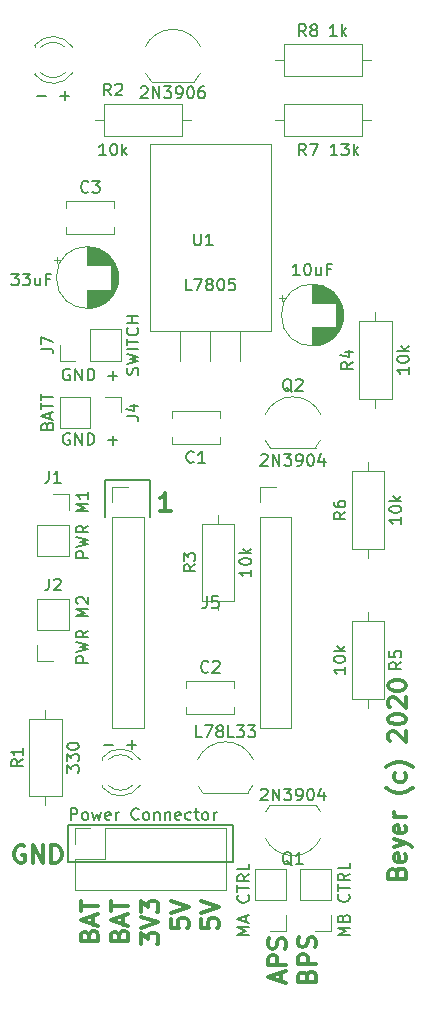
<source format=gto>
G04 #@! TF.GenerationSoftware,KiCad,Pcbnew,(5.1.4)-1*
G04 #@! TF.CreationDate,2020-04-28T17:34:27-06:00*
G04 #@! TF.ProjectId,robot,726f626f-742e-46b6-9963-61645f706362,rev?*
G04 #@! TF.SameCoordinates,Original*
G04 #@! TF.FileFunction,Legend,Top*
G04 #@! TF.FilePolarity,Positive*
%FSLAX46Y46*%
G04 Gerber Fmt 4.6, Leading zero omitted, Abs format (unit mm)*
G04 Created by KiCad (PCBNEW (5.1.4)-1) date 2020-04-28 17:34:27*
%MOMM*%
%LPD*%
G04 APERTURE LIST*
%ADD10C,0.200000*%
%ADD11C,0.300000*%
%ADD12C,0.120000*%
%ADD13C,0.150000*%
G04 APERTURE END LIST*
D10*
X115570000Y-87630000D02*
X101600000Y-87630000D01*
X101600000Y-87630000D02*
X101600000Y-90805000D01*
X115570000Y-90805000D02*
X115570000Y-87630000D01*
X101600000Y-90805000D02*
X115570000Y-90805000D01*
D11*
X129432857Y-91677142D02*
X129504285Y-91462857D01*
X129575714Y-91391428D01*
X129718571Y-91320000D01*
X129932857Y-91320000D01*
X130075714Y-91391428D01*
X130147142Y-91462857D01*
X130218571Y-91605714D01*
X130218571Y-92177142D01*
X128718571Y-92177142D01*
X128718571Y-91677142D01*
X128790000Y-91534285D01*
X128861428Y-91462857D01*
X129004285Y-91391428D01*
X129147142Y-91391428D01*
X129290000Y-91462857D01*
X129361428Y-91534285D01*
X129432857Y-91677142D01*
X129432857Y-92177142D01*
X130147142Y-90105714D02*
X130218571Y-90248571D01*
X130218571Y-90534285D01*
X130147142Y-90677142D01*
X130004285Y-90748571D01*
X129432857Y-90748571D01*
X129290000Y-90677142D01*
X129218571Y-90534285D01*
X129218571Y-90248571D01*
X129290000Y-90105714D01*
X129432857Y-90034285D01*
X129575714Y-90034285D01*
X129718571Y-90748571D01*
X129218571Y-89534285D02*
X130218571Y-89177142D01*
X129218571Y-88820000D02*
X130218571Y-89177142D01*
X130575714Y-89320000D01*
X130647142Y-89391428D01*
X130718571Y-89534285D01*
X130147142Y-87677142D02*
X130218571Y-87820000D01*
X130218571Y-88105714D01*
X130147142Y-88248571D01*
X130004285Y-88320000D01*
X129432857Y-88320000D01*
X129290000Y-88248571D01*
X129218571Y-88105714D01*
X129218571Y-87820000D01*
X129290000Y-87677142D01*
X129432857Y-87605714D01*
X129575714Y-87605714D01*
X129718571Y-88320000D01*
X130218571Y-86962857D02*
X129218571Y-86962857D01*
X129504285Y-86962857D02*
X129361428Y-86891428D01*
X129290000Y-86820000D01*
X129218571Y-86677142D01*
X129218571Y-86534285D01*
X130790000Y-84462857D02*
X130718571Y-84534285D01*
X130504285Y-84677142D01*
X130361428Y-84748571D01*
X130147142Y-84820000D01*
X129790000Y-84891428D01*
X129504285Y-84891428D01*
X129147142Y-84820000D01*
X128932857Y-84748571D01*
X128790000Y-84677142D01*
X128575714Y-84534285D01*
X128504285Y-84462857D01*
X130147142Y-83248571D02*
X130218571Y-83391428D01*
X130218571Y-83677142D01*
X130147142Y-83820000D01*
X130075714Y-83891428D01*
X129932857Y-83962857D01*
X129504285Y-83962857D01*
X129361428Y-83891428D01*
X129290000Y-83820000D01*
X129218571Y-83677142D01*
X129218571Y-83391428D01*
X129290000Y-83248571D01*
X130790000Y-82748571D02*
X130718571Y-82677142D01*
X130504285Y-82534285D01*
X130361428Y-82462857D01*
X130147142Y-82391428D01*
X129790000Y-82320000D01*
X129504285Y-82320000D01*
X129147142Y-82391428D01*
X128932857Y-82462857D01*
X128790000Y-82534285D01*
X128575714Y-82677142D01*
X128504285Y-82748571D01*
X128861428Y-80534285D02*
X128790000Y-80462857D01*
X128718571Y-80320000D01*
X128718571Y-79962857D01*
X128790000Y-79820000D01*
X128861428Y-79748571D01*
X129004285Y-79677142D01*
X129147142Y-79677142D01*
X129361428Y-79748571D01*
X130218571Y-80605714D01*
X130218571Y-79677142D01*
X128718571Y-78748571D02*
X128718571Y-78605714D01*
X128790000Y-78462857D01*
X128861428Y-78391428D01*
X129004285Y-78320000D01*
X129290000Y-78248571D01*
X129647142Y-78248571D01*
X129932857Y-78320000D01*
X130075714Y-78391428D01*
X130147142Y-78462857D01*
X130218571Y-78605714D01*
X130218571Y-78748571D01*
X130147142Y-78891428D01*
X130075714Y-78962857D01*
X129932857Y-79034285D01*
X129647142Y-79105714D01*
X129290000Y-79105714D01*
X129004285Y-79034285D01*
X128861428Y-78962857D01*
X128790000Y-78891428D01*
X128718571Y-78748571D01*
X128861428Y-77677142D02*
X128790000Y-77605714D01*
X128718571Y-77462857D01*
X128718571Y-77105714D01*
X128790000Y-76962857D01*
X128861428Y-76891428D01*
X129004285Y-76820000D01*
X129147142Y-76820000D01*
X129361428Y-76891428D01*
X130218571Y-77748571D01*
X130218571Y-76820000D01*
X128718571Y-75891428D02*
X128718571Y-75748571D01*
X128790000Y-75605714D01*
X128861428Y-75534285D01*
X129004285Y-75462857D01*
X129290000Y-75391428D01*
X129647142Y-75391428D01*
X129932857Y-75462857D01*
X130075714Y-75534285D01*
X130147142Y-75605714D01*
X130218571Y-75748571D01*
X130218571Y-75891428D01*
X130147142Y-76034285D01*
X130075714Y-76105714D01*
X129932857Y-76177142D01*
X129647142Y-76248571D01*
X129290000Y-76248571D01*
X129004285Y-76177142D01*
X128861428Y-76105714D01*
X128790000Y-76034285D01*
X128718571Y-75891428D01*
X97917142Y-89420000D02*
X97774285Y-89348571D01*
X97560000Y-89348571D01*
X97345714Y-89420000D01*
X97202857Y-89562857D01*
X97131428Y-89705714D01*
X97060000Y-89991428D01*
X97060000Y-90205714D01*
X97131428Y-90491428D01*
X97202857Y-90634285D01*
X97345714Y-90777142D01*
X97560000Y-90848571D01*
X97702857Y-90848571D01*
X97917142Y-90777142D01*
X97988571Y-90705714D01*
X97988571Y-90205714D01*
X97702857Y-90205714D01*
X98631428Y-90848571D02*
X98631428Y-89348571D01*
X99488571Y-90848571D01*
X99488571Y-89348571D01*
X100202857Y-90848571D02*
X100202857Y-89348571D01*
X100560000Y-89348571D01*
X100774285Y-89420000D01*
X100917142Y-89562857D01*
X100988571Y-89705714D01*
X101060000Y-89991428D01*
X101060000Y-90205714D01*
X100988571Y-90491428D01*
X100917142Y-90634285D01*
X100774285Y-90777142D01*
X100560000Y-90848571D01*
X100202857Y-90848571D01*
X110283571Y-61003571D02*
X109426428Y-61003571D01*
X109855000Y-61003571D02*
X109855000Y-59503571D01*
X109712142Y-59717857D01*
X109569285Y-59860714D01*
X109426428Y-59932142D01*
D10*
X104775000Y-58420000D02*
X104775000Y-61595000D01*
X108585000Y-58420000D02*
X108585000Y-61595000D01*
X104775000Y-58420000D02*
X108585000Y-58420000D01*
D11*
X119625000Y-100881428D02*
X119625000Y-100167142D01*
X120053571Y-101024285D02*
X118553571Y-100524285D01*
X120053571Y-100024285D01*
X120053571Y-99524285D02*
X118553571Y-99524285D01*
X118553571Y-98952857D01*
X118625000Y-98810000D01*
X118696428Y-98738571D01*
X118839285Y-98667142D01*
X119053571Y-98667142D01*
X119196428Y-98738571D01*
X119267857Y-98810000D01*
X119339285Y-98952857D01*
X119339285Y-99524285D01*
X119982142Y-98095714D02*
X120053571Y-97881428D01*
X120053571Y-97524285D01*
X119982142Y-97381428D01*
X119910714Y-97310000D01*
X119767857Y-97238571D01*
X119625000Y-97238571D01*
X119482142Y-97310000D01*
X119410714Y-97381428D01*
X119339285Y-97524285D01*
X119267857Y-97810000D01*
X119196428Y-97952857D01*
X119125000Y-98024285D01*
X118982142Y-98095714D01*
X118839285Y-98095714D01*
X118696428Y-98024285D01*
X118625000Y-97952857D01*
X118553571Y-97810000D01*
X118553571Y-97452857D01*
X118625000Y-97238571D01*
X121817857Y-100417142D02*
X121889285Y-100202857D01*
X121960714Y-100131428D01*
X122103571Y-100060000D01*
X122317857Y-100060000D01*
X122460714Y-100131428D01*
X122532142Y-100202857D01*
X122603571Y-100345714D01*
X122603571Y-100917142D01*
X121103571Y-100917142D01*
X121103571Y-100417142D01*
X121175000Y-100274285D01*
X121246428Y-100202857D01*
X121389285Y-100131428D01*
X121532142Y-100131428D01*
X121675000Y-100202857D01*
X121746428Y-100274285D01*
X121817857Y-100417142D01*
X121817857Y-100917142D01*
X122603571Y-99417142D02*
X121103571Y-99417142D01*
X121103571Y-98845714D01*
X121175000Y-98702857D01*
X121246428Y-98631428D01*
X121389285Y-98560000D01*
X121603571Y-98560000D01*
X121746428Y-98631428D01*
X121817857Y-98702857D01*
X121889285Y-98845714D01*
X121889285Y-99417142D01*
X122532142Y-97988571D02*
X122603571Y-97774285D01*
X122603571Y-97417142D01*
X122532142Y-97274285D01*
X122460714Y-97202857D01*
X122317857Y-97131428D01*
X122175000Y-97131428D01*
X122032142Y-97202857D01*
X121960714Y-97274285D01*
X121889285Y-97417142D01*
X121817857Y-97702857D01*
X121746428Y-97845714D01*
X121675000Y-97917142D01*
X121532142Y-97988571D01*
X121389285Y-97988571D01*
X121246428Y-97917142D01*
X121175000Y-97845714D01*
X121103571Y-97702857D01*
X121103571Y-97345714D01*
X121175000Y-97131428D01*
X103377857Y-96992142D02*
X103449285Y-96777857D01*
X103520714Y-96706428D01*
X103663571Y-96635000D01*
X103877857Y-96635000D01*
X104020714Y-96706428D01*
X104092142Y-96777857D01*
X104163571Y-96920714D01*
X104163571Y-97492142D01*
X102663571Y-97492142D01*
X102663571Y-96992142D01*
X102735000Y-96849285D01*
X102806428Y-96777857D01*
X102949285Y-96706428D01*
X103092142Y-96706428D01*
X103235000Y-96777857D01*
X103306428Y-96849285D01*
X103377857Y-96992142D01*
X103377857Y-97492142D01*
X103735000Y-96063571D02*
X103735000Y-95349285D01*
X104163571Y-96206428D02*
X102663571Y-95706428D01*
X104163571Y-95206428D01*
X102663571Y-94920714D02*
X102663571Y-94063571D01*
X104163571Y-94492142D02*
X102663571Y-94492142D01*
X105927857Y-96992142D02*
X105999285Y-96777857D01*
X106070714Y-96706428D01*
X106213571Y-96635000D01*
X106427857Y-96635000D01*
X106570714Y-96706428D01*
X106642142Y-96777857D01*
X106713571Y-96920714D01*
X106713571Y-97492142D01*
X105213571Y-97492142D01*
X105213571Y-96992142D01*
X105285000Y-96849285D01*
X105356428Y-96777857D01*
X105499285Y-96706428D01*
X105642142Y-96706428D01*
X105785000Y-96777857D01*
X105856428Y-96849285D01*
X105927857Y-96992142D01*
X105927857Y-97492142D01*
X106285000Y-96063571D02*
X106285000Y-95349285D01*
X106713571Y-96206428D02*
X105213571Y-95706428D01*
X106713571Y-95206428D01*
X105213571Y-94920714D02*
X105213571Y-94063571D01*
X106713571Y-94492142D02*
X105213571Y-94492142D01*
X107763571Y-97742142D02*
X107763571Y-96813571D01*
X108335000Y-97313571D01*
X108335000Y-97099285D01*
X108406428Y-96956428D01*
X108477857Y-96885000D01*
X108620714Y-96813571D01*
X108977857Y-96813571D01*
X109120714Y-96885000D01*
X109192142Y-96956428D01*
X109263571Y-97099285D01*
X109263571Y-97527857D01*
X109192142Y-97670714D01*
X109120714Y-97742142D01*
X107763571Y-96385000D02*
X109263571Y-95885000D01*
X107763571Y-95385000D01*
X107763571Y-95027857D02*
X107763571Y-94099285D01*
X108335000Y-94599285D01*
X108335000Y-94385000D01*
X108406428Y-94242142D01*
X108477857Y-94170714D01*
X108620714Y-94099285D01*
X108977857Y-94099285D01*
X109120714Y-94170714D01*
X109192142Y-94242142D01*
X109263571Y-94385000D01*
X109263571Y-94813571D01*
X109192142Y-94956428D01*
X109120714Y-95027857D01*
X110313571Y-95599285D02*
X110313571Y-96313571D01*
X111027857Y-96385000D01*
X110956428Y-96313571D01*
X110885000Y-96170714D01*
X110885000Y-95813571D01*
X110956428Y-95670714D01*
X111027857Y-95599285D01*
X111170714Y-95527857D01*
X111527857Y-95527857D01*
X111670714Y-95599285D01*
X111742142Y-95670714D01*
X111813571Y-95813571D01*
X111813571Y-96170714D01*
X111742142Y-96313571D01*
X111670714Y-96385000D01*
X110313571Y-95099285D02*
X111813571Y-94599285D01*
X110313571Y-94099285D01*
X112863571Y-95599285D02*
X112863571Y-96313571D01*
X113577857Y-96385000D01*
X113506428Y-96313571D01*
X113435000Y-96170714D01*
X113435000Y-95813571D01*
X113506428Y-95670714D01*
X113577857Y-95599285D01*
X113720714Y-95527857D01*
X114077857Y-95527857D01*
X114220714Y-95599285D01*
X114292142Y-95670714D01*
X114363571Y-95813571D01*
X114363571Y-96170714D01*
X114292142Y-96313571D01*
X114220714Y-96385000D01*
X112863571Y-95099285D02*
X114363571Y-94599285D01*
X112863571Y-94099285D01*
D12*
X105350000Y-58995000D02*
X106680000Y-58995000D01*
X105350000Y-60325000D02*
X105350000Y-58995000D01*
X108010000Y-61595000D02*
X105350000Y-61595000D01*
X108010000Y-79435000D02*
X108010000Y-61595000D01*
X105350000Y-79435000D02*
X108010000Y-79435000D01*
X105350000Y-61595000D02*
X105350000Y-79435000D01*
X117850000Y-61595000D02*
X117850000Y-79435000D01*
X117850000Y-79435000D02*
X120510000Y-79435000D01*
X120510000Y-79435000D02*
X120510000Y-61595000D01*
X120510000Y-61595000D02*
X117850000Y-61595000D01*
X117850000Y-60325000D02*
X117850000Y-58995000D01*
X117850000Y-58995000D02*
X119180000Y-58995000D01*
X116205000Y-45840000D02*
X116205000Y-48380000D01*
X113665000Y-45840000D02*
X113665000Y-48380000D01*
X111125000Y-45840000D02*
X111125000Y-48380000D01*
X118785000Y-29950000D02*
X118785000Y-45840000D01*
X108545000Y-29950000D02*
X108545000Y-45840000D01*
X108545000Y-29950000D02*
X118785000Y-29950000D01*
X108545000Y-45840000D02*
X118785000Y-45840000D01*
X106105000Y-51375000D02*
X106105000Y-52705000D01*
X104775000Y-51375000D02*
X106105000Y-51375000D01*
X103505000Y-51375000D02*
X103505000Y-54035000D01*
X103505000Y-54035000D02*
X100905000Y-54035000D01*
X103505000Y-51375000D02*
X100905000Y-51375000D01*
X100905000Y-51375000D02*
X100905000Y-54035000D01*
X100905000Y-48320000D02*
X100905000Y-46990000D01*
X102235000Y-48320000D02*
X100905000Y-48320000D01*
X103505000Y-48320000D02*
X103505000Y-45660000D01*
X103505000Y-45660000D02*
X106105000Y-45660000D01*
X103505000Y-48320000D02*
X106105000Y-48320000D01*
X106105000Y-48320000D02*
X106105000Y-45660000D01*
X102175000Y-89250000D02*
X102175000Y-87920000D01*
X102175000Y-87920000D02*
X103505000Y-87920000D01*
X102175000Y-90520000D02*
X104775000Y-90520000D01*
X104775000Y-90520000D02*
X104775000Y-87920000D01*
X104775000Y-87920000D02*
X114995000Y-87920000D01*
X114995000Y-93120000D02*
X114995000Y-87920000D01*
X102175000Y-93120000D02*
X114995000Y-93120000D01*
X102175000Y-93120000D02*
X102175000Y-90520000D01*
X120075000Y-96580000D02*
X118745000Y-96580000D01*
X120075000Y-95250000D02*
X120075000Y-96580000D01*
X120075000Y-93980000D02*
X117415000Y-93980000D01*
X117415000Y-93980000D02*
X117415000Y-91380000D01*
X120075000Y-93980000D02*
X120075000Y-91380000D01*
X120075000Y-91380000D02*
X117415000Y-91380000D01*
X123885000Y-96580000D02*
X122555000Y-96580000D01*
X123885000Y-95250000D02*
X123885000Y-96580000D01*
X123885000Y-93980000D02*
X121225000Y-93980000D01*
X121225000Y-93980000D02*
X121225000Y-91380000D01*
X123885000Y-93980000D02*
X123885000Y-91380000D01*
X123885000Y-91380000D02*
X121225000Y-91380000D01*
X100330000Y-73720000D02*
X99000000Y-73720000D01*
X99000000Y-73720000D02*
X99000000Y-72390000D01*
X99000000Y-71120000D02*
X99000000Y-68520000D01*
X101660000Y-68520000D02*
X99000000Y-68520000D01*
X101660000Y-71120000D02*
X101660000Y-68520000D01*
X101660000Y-71120000D02*
X99000000Y-71120000D01*
X100330000Y-59630000D02*
X101660000Y-59630000D01*
X101660000Y-59630000D02*
X101660000Y-60960000D01*
X101660000Y-62230000D02*
X101660000Y-64830000D01*
X99000000Y-64830000D02*
X101660000Y-64830000D01*
X99000000Y-62230000D02*
X99000000Y-64830000D01*
X99000000Y-62230000D02*
X101660000Y-62230000D01*
X104485000Y-84265000D02*
X104485000Y-84421000D01*
X104485000Y-81949000D02*
X104485000Y-82105000D01*
X107086130Y-84264837D02*
G75*
G02X105004039Y-84265000I-1041130J1079837D01*
G01*
X107086130Y-82105163D02*
G75*
G03X105004039Y-82105000I-1041130J-1079837D01*
G01*
X107717335Y-84263608D02*
G75*
G02X104485000Y-84420516I-1672335J1078608D01*
G01*
X107717335Y-82106392D02*
G75*
G03X104485000Y-81949484I-1672335J-1078608D01*
G01*
X119730225Y-42725000D02*
X119730225Y-43225000D01*
X119480225Y-42975000D02*
X119980225Y-42975000D01*
X124886000Y-44166000D02*
X124886000Y-44734000D01*
X124846000Y-43932000D02*
X124846000Y-44968000D01*
X124806000Y-43773000D02*
X124806000Y-45127000D01*
X124766000Y-43645000D02*
X124766000Y-45255000D01*
X124726000Y-43535000D02*
X124726000Y-45365000D01*
X124686000Y-43439000D02*
X124686000Y-45461000D01*
X124646000Y-43352000D02*
X124646000Y-45548000D01*
X124606000Y-43272000D02*
X124606000Y-45628000D01*
X124566000Y-43199000D02*
X124566000Y-45701000D01*
X124526000Y-43131000D02*
X124526000Y-45769000D01*
X124486000Y-43067000D02*
X124486000Y-45833000D01*
X124446000Y-43007000D02*
X124446000Y-45893000D01*
X124406000Y-42950000D02*
X124406000Y-45950000D01*
X124366000Y-42896000D02*
X124366000Y-46004000D01*
X124326000Y-42845000D02*
X124326000Y-46055000D01*
X124286000Y-45490000D02*
X124286000Y-46103000D01*
X124286000Y-42797000D02*
X124286000Y-43410000D01*
X124246000Y-45490000D02*
X124246000Y-46149000D01*
X124246000Y-42751000D02*
X124246000Y-43410000D01*
X124206000Y-45490000D02*
X124206000Y-46193000D01*
X124206000Y-42707000D02*
X124206000Y-43410000D01*
X124166000Y-45490000D02*
X124166000Y-46235000D01*
X124166000Y-42665000D02*
X124166000Y-43410000D01*
X124126000Y-45490000D02*
X124126000Y-46276000D01*
X124126000Y-42624000D02*
X124126000Y-43410000D01*
X124086000Y-45490000D02*
X124086000Y-46314000D01*
X124086000Y-42586000D02*
X124086000Y-43410000D01*
X124046000Y-45490000D02*
X124046000Y-46351000D01*
X124046000Y-42549000D02*
X124046000Y-43410000D01*
X124006000Y-45490000D02*
X124006000Y-46387000D01*
X124006000Y-42513000D02*
X124006000Y-43410000D01*
X123966000Y-45490000D02*
X123966000Y-46421000D01*
X123966000Y-42479000D02*
X123966000Y-43410000D01*
X123926000Y-45490000D02*
X123926000Y-46454000D01*
X123926000Y-42446000D02*
X123926000Y-43410000D01*
X123886000Y-45490000D02*
X123886000Y-46485000D01*
X123886000Y-42415000D02*
X123886000Y-43410000D01*
X123846000Y-45490000D02*
X123846000Y-46515000D01*
X123846000Y-42385000D02*
X123846000Y-43410000D01*
X123806000Y-45490000D02*
X123806000Y-46545000D01*
X123806000Y-42355000D02*
X123806000Y-43410000D01*
X123766000Y-45490000D02*
X123766000Y-46572000D01*
X123766000Y-42328000D02*
X123766000Y-43410000D01*
X123726000Y-45490000D02*
X123726000Y-46599000D01*
X123726000Y-42301000D02*
X123726000Y-43410000D01*
X123686000Y-45490000D02*
X123686000Y-46625000D01*
X123686000Y-42275000D02*
X123686000Y-43410000D01*
X123646000Y-45490000D02*
X123646000Y-46650000D01*
X123646000Y-42250000D02*
X123646000Y-43410000D01*
X123606000Y-45490000D02*
X123606000Y-46674000D01*
X123606000Y-42226000D02*
X123606000Y-43410000D01*
X123566000Y-45490000D02*
X123566000Y-46697000D01*
X123566000Y-42203000D02*
X123566000Y-43410000D01*
X123526000Y-45490000D02*
X123526000Y-46718000D01*
X123526000Y-42182000D02*
X123526000Y-43410000D01*
X123486000Y-45490000D02*
X123486000Y-46740000D01*
X123486000Y-42160000D02*
X123486000Y-43410000D01*
X123446000Y-45490000D02*
X123446000Y-46760000D01*
X123446000Y-42140000D02*
X123446000Y-43410000D01*
X123406000Y-45490000D02*
X123406000Y-46779000D01*
X123406000Y-42121000D02*
X123406000Y-43410000D01*
X123366000Y-45490000D02*
X123366000Y-46798000D01*
X123366000Y-42102000D02*
X123366000Y-43410000D01*
X123326000Y-45490000D02*
X123326000Y-46815000D01*
X123326000Y-42085000D02*
X123326000Y-43410000D01*
X123286000Y-45490000D02*
X123286000Y-46832000D01*
X123286000Y-42068000D02*
X123286000Y-43410000D01*
X123246000Y-45490000D02*
X123246000Y-46848000D01*
X123246000Y-42052000D02*
X123246000Y-43410000D01*
X123206000Y-45490000D02*
X123206000Y-46864000D01*
X123206000Y-42036000D02*
X123206000Y-43410000D01*
X123166000Y-45490000D02*
X123166000Y-46878000D01*
X123166000Y-42022000D02*
X123166000Y-43410000D01*
X123126000Y-45490000D02*
X123126000Y-46892000D01*
X123126000Y-42008000D02*
X123126000Y-43410000D01*
X123086000Y-45490000D02*
X123086000Y-46905000D01*
X123086000Y-41995000D02*
X123086000Y-43410000D01*
X123046000Y-45490000D02*
X123046000Y-46918000D01*
X123046000Y-41982000D02*
X123046000Y-43410000D01*
X123006000Y-45490000D02*
X123006000Y-46930000D01*
X123006000Y-41970000D02*
X123006000Y-43410000D01*
X122965000Y-45490000D02*
X122965000Y-46941000D01*
X122965000Y-41959000D02*
X122965000Y-43410000D01*
X122925000Y-45490000D02*
X122925000Y-46951000D01*
X122925000Y-41949000D02*
X122925000Y-43410000D01*
X122885000Y-45490000D02*
X122885000Y-46961000D01*
X122885000Y-41939000D02*
X122885000Y-43410000D01*
X122845000Y-45490000D02*
X122845000Y-46970000D01*
X122845000Y-41930000D02*
X122845000Y-43410000D01*
X122805000Y-45490000D02*
X122805000Y-46978000D01*
X122805000Y-41922000D02*
X122805000Y-43410000D01*
X122765000Y-45490000D02*
X122765000Y-46986000D01*
X122765000Y-41914000D02*
X122765000Y-43410000D01*
X122725000Y-45490000D02*
X122725000Y-46993000D01*
X122725000Y-41907000D02*
X122725000Y-43410000D01*
X122685000Y-45490000D02*
X122685000Y-47000000D01*
X122685000Y-41900000D02*
X122685000Y-43410000D01*
X122645000Y-45490000D02*
X122645000Y-47006000D01*
X122645000Y-41894000D02*
X122645000Y-43410000D01*
X122605000Y-45490000D02*
X122605000Y-47011000D01*
X122605000Y-41889000D02*
X122605000Y-43410000D01*
X122565000Y-45490000D02*
X122565000Y-47015000D01*
X122565000Y-41885000D02*
X122565000Y-43410000D01*
X122525000Y-45490000D02*
X122525000Y-47019000D01*
X122525000Y-41881000D02*
X122525000Y-43410000D01*
X122485000Y-45490000D02*
X122485000Y-47023000D01*
X122485000Y-41877000D02*
X122485000Y-43410000D01*
X122445000Y-45490000D02*
X122445000Y-47026000D01*
X122445000Y-41874000D02*
X122445000Y-43410000D01*
X122405000Y-45490000D02*
X122405000Y-47028000D01*
X122405000Y-41872000D02*
X122405000Y-43410000D01*
X122365000Y-45490000D02*
X122365000Y-47029000D01*
X122365000Y-41871000D02*
X122365000Y-43410000D01*
X122325000Y-41870000D02*
X122325000Y-43410000D01*
X122325000Y-45490000D02*
X122325000Y-47030000D01*
X122285000Y-41870000D02*
X122285000Y-43410000D01*
X122285000Y-45490000D02*
X122285000Y-47030000D01*
X124905000Y-44450000D02*
G75*
G03X124905000Y-44450000I-2620000J0D01*
G01*
X105505000Y-36990000D02*
X105505000Y-37615000D01*
X105505000Y-34775000D02*
X105505000Y-35400000D01*
X101465000Y-36990000D02*
X101465000Y-37615000D01*
X101465000Y-34775000D02*
X101465000Y-35400000D01*
X101465000Y-37615000D02*
X105505000Y-37615000D01*
X101465000Y-34775000D02*
X105505000Y-34775000D01*
X115665000Y-77630000D02*
X115665000Y-78255000D01*
X115665000Y-75415000D02*
X115665000Y-76040000D01*
X111625000Y-77630000D02*
X111625000Y-78255000D01*
X111625000Y-75415000D02*
X111625000Y-76040000D01*
X111625000Y-78255000D02*
X115665000Y-78255000D01*
X111625000Y-75415000D02*
X115665000Y-75415000D01*
X110395000Y-53180000D02*
X110395000Y-52555000D01*
X110395000Y-55395000D02*
X110395000Y-54770000D01*
X114435000Y-53180000D02*
X114435000Y-52555000D01*
X114435000Y-55395000D02*
X114435000Y-54770000D01*
X114435000Y-52555000D02*
X110395000Y-52555000D01*
X114435000Y-55395000D02*
X110395000Y-55395000D01*
X100680225Y-39550000D02*
X100680225Y-40050000D01*
X100430225Y-39800000D02*
X100930225Y-39800000D01*
X105836000Y-40991000D02*
X105836000Y-41559000D01*
X105796000Y-40757000D02*
X105796000Y-41793000D01*
X105756000Y-40598000D02*
X105756000Y-41952000D01*
X105716000Y-40470000D02*
X105716000Y-42080000D01*
X105676000Y-40360000D02*
X105676000Y-42190000D01*
X105636000Y-40264000D02*
X105636000Y-42286000D01*
X105596000Y-40177000D02*
X105596000Y-42373000D01*
X105556000Y-40097000D02*
X105556000Y-42453000D01*
X105516000Y-40024000D02*
X105516000Y-42526000D01*
X105476000Y-39956000D02*
X105476000Y-42594000D01*
X105436000Y-39892000D02*
X105436000Y-42658000D01*
X105396000Y-39832000D02*
X105396000Y-42718000D01*
X105356000Y-39775000D02*
X105356000Y-42775000D01*
X105316000Y-39721000D02*
X105316000Y-42829000D01*
X105276000Y-39670000D02*
X105276000Y-42880000D01*
X105236000Y-42315000D02*
X105236000Y-42928000D01*
X105236000Y-39622000D02*
X105236000Y-40235000D01*
X105196000Y-42315000D02*
X105196000Y-42974000D01*
X105196000Y-39576000D02*
X105196000Y-40235000D01*
X105156000Y-42315000D02*
X105156000Y-43018000D01*
X105156000Y-39532000D02*
X105156000Y-40235000D01*
X105116000Y-42315000D02*
X105116000Y-43060000D01*
X105116000Y-39490000D02*
X105116000Y-40235000D01*
X105076000Y-42315000D02*
X105076000Y-43101000D01*
X105076000Y-39449000D02*
X105076000Y-40235000D01*
X105036000Y-42315000D02*
X105036000Y-43139000D01*
X105036000Y-39411000D02*
X105036000Y-40235000D01*
X104996000Y-42315000D02*
X104996000Y-43176000D01*
X104996000Y-39374000D02*
X104996000Y-40235000D01*
X104956000Y-42315000D02*
X104956000Y-43212000D01*
X104956000Y-39338000D02*
X104956000Y-40235000D01*
X104916000Y-42315000D02*
X104916000Y-43246000D01*
X104916000Y-39304000D02*
X104916000Y-40235000D01*
X104876000Y-42315000D02*
X104876000Y-43279000D01*
X104876000Y-39271000D02*
X104876000Y-40235000D01*
X104836000Y-42315000D02*
X104836000Y-43310000D01*
X104836000Y-39240000D02*
X104836000Y-40235000D01*
X104796000Y-42315000D02*
X104796000Y-43340000D01*
X104796000Y-39210000D02*
X104796000Y-40235000D01*
X104756000Y-42315000D02*
X104756000Y-43370000D01*
X104756000Y-39180000D02*
X104756000Y-40235000D01*
X104716000Y-42315000D02*
X104716000Y-43397000D01*
X104716000Y-39153000D02*
X104716000Y-40235000D01*
X104676000Y-42315000D02*
X104676000Y-43424000D01*
X104676000Y-39126000D02*
X104676000Y-40235000D01*
X104636000Y-42315000D02*
X104636000Y-43450000D01*
X104636000Y-39100000D02*
X104636000Y-40235000D01*
X104596000Y-42315000D02*
X104596000Y-43475000D01*
X104596000Y-39075000D02*
X104596000Y-40235000D01*
X104556000Y-42315000D02*
X104556000Y-43499000D01*
X104556000Y-39051000D02*
X104556000Y-40235000D01*
X104516000Y-42315000D02*
X104516000Y-43522000D01*
X104516000Y-39028000D02*
X104516000Y-40235000D01*
X104476000Y-42315000D02*
X104476000Y-43543000D01*
X104476000Y-39007000D02*
X104476000Y-40235000D01*
X104436000Y-42315000D02*
X104436000Y-43565000D01*
X104436000Y-38985000D02*
X104436000Y-40235000D01*
X104396000Y-42315000D02*
X104396000Y-43585000D01*
X104396000Y-38965000D02*
X104396000Y-40235000D01*
X104356000Y-42315000D02*
X104356000Y-43604000D01*
X104356000Y-38946000D02*
X104356000Y-40235000D01*
X104316000Y-42315000D02*
X104316000Y-43623000D01*
X104316000Y-38927000D02*
X104316000Y-40235000D01*
X104276000Y-42315000D02*
X104276000Y-43640000D01*
X104276000Y-38910000D02*
X104276000Y-40235000D01*
X104236000Y-42315000D02*
X104236000Y-43657000D01*
X104236000Y-38893000D02*
X104236000Y-40235000D01*
X104196000Y-42315000D02*
X104196000Y-43673000D01*
X104196000Y-38877000D02*
X104196000Y-40235000D01*
X104156000Y-42315000D02*
X104156000Y-43689000D01*
X104156000Y-38861000D02*
X104156000Y-40235000D01*
X104116000Y-42315000D02*
X104116000Y-43703000D01*
X104116000Y-38847000D02*
X104116000Y-40235000D01*
X104076000Y-42315000D02*
X104076000Y-43717000D01*
X104076000Y-38833000D02*
X104076000Y-40235000D01*
X104036000Y-42315000D02*
X104036000Y-43730000D01*
X104036000Y-38820000D02*
X104036000Y-40235000D01*
X103996000Y-42315000D02*
X103996000Y-43743000D01*
X103996000Y-38807000D02*
X103996000Y-40235000D01*
X103956000Y-42315000D02*
X103956000Y-43755000D01*
X103956000Y-38795000D02*
X103956000Y-40235000D01*
X103915000Y-42315000D02*
X103915000Y-43766000D01*
X103915000Y-38784000D02*
X103915000Y-40235000D01*
X103875000Y-42315000D02*
X103875000Y-43776000D01*
X103875000Y-38774000D02*
X103875000Y-40235000D01*
X103835000Y-42315000D02*
X103835000Y-43786000D01*
X103835000Y-38764000D02*
X103835000Y-40235000D01*
X103795000Y-42315000D02*
X103795000Y-43795000D01*
X103795000Y-38755000D02*
X103795000Y-40235000D01*
X103755000Y-42315000D02*
X103755000Y-43803000D01*
X103755000Y-38747000D02*
X103755000Y-40235000D01*
X103715000Y-42315000D02*
X103715000Y-43811000D01*
X103715000Y-38739000D02*
X103715000Y-40235000D01*
X103675000Y-42315000D02*
X103675000Y-43818000D01*
X103675000Y-38732000D02*
X103675000Y-40235000D01*
X103635000Y-42315000D02*
X103635000Y-43825000D01*
X103635000Y-38725000D02*
X103635000Y-40235000D01*
X103595000Y-42315000D02*
X103595000Y-43831000D01*
X103595000Y-38719000D02*
X103595000Y-40235000D01*
X103555000Y-42315000D02*
X103555000Y-43836000D01*
X103555000Y-38714000D02*
X103555000Y-40235000D01*
X103515000Y-42315000D02*
X103515000Y-43840000D01*
X103515000Y-38710000D02*
X103515000Y-40235000D01*
X103475000Y-42315000D02*
X103475000Y-43844000D01*
X103475000Y-38706000D02*
X103475000Y-40235000D01*
X103435000Y-42315000D02*
X103435000Y-43848000D01*
X103435000Y-38702000D02*
X103435000Y-40235000D01*
X103395000Y-42315000D02*
X103395000Y-43851000D01*
X103395000Y-38699000D02*
X103395000Y-40235000D01*
X103355000Y-42315000D02*
X103355000Y-43853000D01*
X103355000Y-38697000D02*
X103355000Y-40235000D01*
X103315000Y-42315000D02*
X103315000Y-43854000D01*
X103315000Y-38696000D02*
X103315000Y-40235000D01*
X103275000Y-38695000D02*
X103275000Y-40235000D01*
X103275000Y-42315000D02*
X103275000Y-43855000D01*
X103235000Y-38695000D02*
X103235000Y-40235000D01*
X103235000Y-42315000D02*
X103235000Y-43855000D01*
X105855000Y-41275000D02*
G75*
G03X105855000Y-41275000I-2620000J0D01*
G01*
X127000000Y-56920000D02*
X127000000Y-57690000D01*
X127000000Y-65000000D02*
X127000000Y-64230000D01*
X125630000Y-57690000D02*
X125630000Y-64230000D01*
X128370000Y-57690000D02*
X125630000Y-57690000D01*
X128370000Y-64230000D02*
X128370000Y-57690000D01*
X125630000Y-64230000D02*
X128370000Y-64230000D01*
X127000000Y-77700000D02*
X127000000Y-76930000D01*
X127000000Y-69620000D02*
X127000000Y-70390000D01*
X128370000Y-76930000D02*
X128370000Y-70390000D01*
X125630000Y-76930000D02*
X128370000Y-76930000D01*
X125630000Y-70390000D02*
X125630000Y-76930000D01*
X128370000Y-70390000D02*
X125630000Y-70390000D01*
X127635000Y-44220000D02*
X127635000Y-44990000D01*
X127635000Y-52300000D02*
X127635000Y-51530000D01*
X126265000Y-44990000D02*
X126265000Y-51530000D01*
X129005000Y-44990000D02*
X126265000Y-44990000D01*
X129005000Y-51530000D02*
X129005000Y-44990000D01*
X126265000Y-51530000D02*
X129005000Y-51530000D01*
X114300000Y-61365000D02*
X114300000Y-62135000D01*
X114300000Y-69445000D02*
X114300000Y-68675000D01*
X112930000Y-62135000D02*
X112930000Y-68675000D01*
X115670000Y-62135000D02*
X112930000Y-62135000D01*
X115670000Y-68675000D02*
X115670000Y-62135000D01*
X112930000Y-68675000D02*
X115670000Y-68675000D01*
X111990000Y-27940000D02*
X111220000Y-27940000D01*
X103910000Y-27940000D02*
X104680000Y-27940000D01*
X111220000Y-26570000D02*
X104680000Y-26570000D01*
X111220000Y-29310000D02*
X111220000Y-26570000D01*
X104680000Y-29310000D02*
X111220000Y-29310000D01*
X104680000Y-26570000D02*
X104680000Y-29310000D01*
X99695000Y-77875000D02*
X99695000Y-78645000D01*
X99695000Y-85955000D02*
X99695000Y-85185000D01*
X98325000Y-78645000D02*
X98325000Y-85185000D01*
X101065000Y-78645000D02*
X98325000Y-78645000D01*
X101065000Y-85185000D02*
X101065000Y-78645000D01*
X98325000Y-85185000D02*
X101065000Y-85185000D01*
X112814184Y-23982795D02*
G75*
G02X112290000Y-24710000I-2324184J1122795D01*
G01*
X112846400Y-21761193D02*
G75*
G03X110490000Y-20260000I-2356400J-1098807D01*
G01*
X108133600Y-21761193D02*
G75*
G02X110490000Y-20260000I2356400J-1098807D01*
G01*
X108165816Y-23982795D02*
G75*
G03X108690000Y-24710000I2324184J1122795D01*
G01*
X108690000Y-24710000D02*
X112290000Y-24710000D01*
X127230000Y-22860000D02*
X126460000Y-22860000D01*
X119150000Y-22860000D02*
X119920000Y-22860000D01*
X126460000Y-21490000D02*
X119920000Y-21490000D01*
X126460000Y-24230000D02*
X126460000Y-21490000D01*
X119920000Y-24230000D02*
X126460000Y-24230000D01*
X119920000Y-21490000D02*
X119920000Y-24230000D01*
X119920000Y-26570000D02*
X119920000Y-29310000D01*
X119920000Y-29310000D02*
X126460000Y-29310000D01*
X126460000Y-29310000D02*
X126460000Y-26570000D01*
X126460000Y-26570000D02*
X119920000Y-26570000D01*
X119150000Y-27940000D02*
X119920000Y-27940000D01*
X127230000Y-27940000D02*
X126460000Y-27940000D01*
X98770000Y-23940000D02*
X98770000Y-24096000D01*
X98770000Y-21624000D02*
X98770000Y-21780000D01*
X101371130Y-23939837D02*
G75*
G02X99289039Y-23940000I-1041130J1079837D01*
G01*
X101371130Y-21780163D02*
G75*
G03X99289039Y-21780000I-1041130J-1079837D01*
G01*
X102002335Y-23938608D02*
G75*
G02X98770000Y-24095516I-1672335J1078608D01*
G01*
X102002335Y-21781392D02*
G75*
G03X98770000Y-21624484I-1672335J-1078608D01*
G01*
X117237383Y-84297264D02*
G75*
G02X116845000Y-84885000I-2302383J1112264D01*
G01*
X117291400Y-82086193D02*
G75*
G03X114935000Y-80585000I-2356400J-1098807D01*
G01*
X112578600Y-82086193D02*
G75*
G02X114935000Y-80585000I2356400J-1098807D01*
G01*
X112612369Y-84307045D02*
G75*
G03X112995000Y-84885000I2322631J1122045D01*
G01*
X112995000Y-84885000D02*
X116845000Y-84885000D01*
X122952383Y-55087264D02*
G75*
G02X122560000Y-55675000I-2302383J1112264D01*
G01*
X123006400Y-52876193D02*
G75*
G03X120650000Y-51375000I-2356400J-1098807D01*
G01*
X118293600Y-52876193D02*
G75*
G02X120650000Y-51375000I2356400J-1098807D01*
G01*
X118327369Y-55097045D02*
G75*
G03X118710000Y-55675000I2322631J1122045D01*
G01*
X118710000Y-55675000D02*
X122560000Y-55675000D01*
X118347617Y-86517736D02*
G75*
G02X118740000Y-85930000I2302383J-1112264D01*
G01*
X118293600Y-88728807D02*
G75*
G03X120650000Y-90230000I2356400J1098807D01*
G01*
X123006400Y-88728807D02*
G75*
G02X120650000Y-90230000I-2356400J1098807D01*
G01*
X122972631Y-86507955D02*
G75*
G03X122590000Y-85930000I-2322631J-1122045D01*
G01*
X122590000Y-85930000D02*
X118740000Y-85930000D01*
D13*
X113346666Y-68277380D02*
X113346666Y-68991666D01*
X113299047Y-69134523D01*
X113203809Y-69229761D01*
X113060952Y-69277380D01*
X112965714Y-69277380D01*
X114299047Y-68277380D02*
X113822857Y-68277380D01*
X113775238Y-68753571D01*
X113822857Y-68705952D01*
X113918095Y-68658333D01*
X114156190Y-68658333D01*
X114251428Y-68705952D01*
X114299047Y-68753571D01*
X114346666Y-68848809D01*
X114346666Y-69086904D01*
X114299047Y-69182142D01*
X114251428Y-69229761D01*
X114156190Y-69277380D01*
X113918095Y-69277380D01*
X113822857Y-69229761D01*
X113775238Y-69182142D01*
X112268095Y-37552380D02*
X112268095Y-38361904D01*
X112315714Y-38457142D01*
X112363333Y-38504761D01*
X112458571Y-38552380D01*
X112649047Y-38552380D01*
X112744285Y-38504761D01*
X112791904Y-38457142D01*
X112839523Y-38361904D01*
X112839523Y-37552380D01*
X113839523Y-38552380D02*
X113268095Y-38552380D01*
X113553809Y-38552380D02*
X113553809Y-37552380D01*
X113458571Y-37695238D01*
X113363333Y-37790476D01*
X113268095Y-37838095D01*
X112069761Y-42362380D02*
X111593571Y-42362380D01*
X111593571Y-41362380D01*
X112307857Y-41362380D02*
X112974523Y-41362380D01*
X112545952Y-42362380D01*
X113498333Y-41790952D02*
X113403095Y-41743333D01*
X113355476Y-41695714D01*
X113307857Y-41600476D01*
X113307857Y-41552857D01*
X113355476Y-41457619D01*
X113403095Y-41410000D01*
X113498333Y-41362380D01*
X113688809Y-41362380D01*
X113784047Y-41410000D01*
X113831666Y-41457619D01*
X113879285Y-41552857D01*
X113879285Y-41600476D01*
X113831666Y-41695714D01*
X113784047Y-41743333D01*
X113688809Y-41790952D01*
X113498333Y-41790952D01*
X113403095Y-41838571D01*
X113355476Y-41886190D01*
X113307857Y-41981428D01*
X113307857Y-42171904D01*
X113355476Y-42267142D01*
X113403095Y-42314761D01*
X113498333Y-42362380D01*
X113688809Y-42362380D01*
X113784047Y-42314761D01*
X113831666Y-42267142D01*
X113879285Y-42171904D01*
X113879285Y-41981428D01*
X113831666Y-41886190D01*
X113784047Y-41838571D01*
X113688809Y-41790952D01*
X114498333Y-41362380D02*
X114593571Y-41362380D01*
X114688809Y-41410000D01*
X114736428Y-41457619D01*
X114784047Y-41552857D01*
X114831666Y-41743333D01*
X114831666Y-41981428D01*
X114784047Y-42171904D01*
X114736428Y-42267142D01*
X114688809Y-42314761D01*
X114593571Y-42362380D01*
X114498333Y-42362380D01*
X114403095Y-42314761D01*
X114355476Y-42267142D01*
X114307857Y-42171904D01*
X114260238Y-41981428D01*
X114260238Y-41743333D01*
X114307857Y-41552857D01*
X114355476Y-41457619D01*
X114403095Y-41410000D01*
X114498333Y-41362380D01*
X115736428Y-41362380D02*
X115260238Y-41362380D01*
X115212619Y-41838571D01*
X115260238Y-41790952D01*
X115355476Y-41743333D01*
X115593571Y-41743333D01*
X115688809Y-41790952D01*
X115736428Y-41838571D01*
X115784047Y-41933809D01*
X115784047Y-42171904D01*
X115736428Y-42267142D01*
X115688809Y-42314761D01*
X115593571Y-42362380D01*
X115355476Y-42362380D01*
X115260238Y-42314761D01*
X115212619Y-42267142D01*
X106557380Y-53038333D02*
X107271666Y-53038333D01*
X107414523Y-53085952D01*
X107509761Y-53181190D01*
X107557380Y-53324047D01*
X107557380Y-53419285D01*
X106890714Y-52133571D02*
X107557380Y-52133571D01*
X106509761Y-52371666D02*
X107224047Y-52609761D01*
X107224047Y-51990714D01*
X99833571Y-53824047D02*
X99881190Y-53681190D01*
X99928809Y-53633571D01*
X100024047Y-53585952D01*
X100166904Y-53585952D01*
X100262142Y-53633571D01*
X100309761Y-53681190D01*
X100357380Y-53776428D01*
X100357380Y-54157380D01*
X99357380Y-54157380D01*
X99357380Y-53824047D01*
X99405000Y-53728809D01*
X99452619Y-53681190D01*
X99547857Y-53633571D01*
X99643095Y-53633571D01*
X99738333Y-53681190D01*
X99785952Y-53728809D01*
X99833571Y-53824047D01*
X99833571Y-54157380D01*
X100071666Y-53205000D02*
X100071666Y-52728809D01*
X100357380Y-53300238D02*
X99357380Y-52966904D01*
X100357380Y-52633571D01*
X99357380Y-52443095D02*
X99357380Y-51871666D01*
X100357380Y-52157380D02*
X99357380Y-52157380D01*
X99357380Y-51681190D02*
X99357380Y-51109761D01*
X100357380Y-51395476D02*
X99357380Y-51395476D01*
X101743095Y-54500000D02*
X101647857Y-54452380D01*
X101505000Y-54452380D01*
X101362142Y-54500000D01*
X101266904Y-54595238D01*
X101219285Y-54690476D01*
X101171666Y-54880952D01*
X101171666Y-55023809D01*
X101219285Y-55214285D01*
X101266904Y-55309523D01*
X101362142Y-55404761D01*
X101505000Y-55452380D01*
X101600238Y-55452380D01*
X101743095Y-55404761D01*
X101790714Y-55357142D01*
X101790714Y-55023809D01*
X101600238Y-55023809D01*
X102219285Y-55452380D02*
X102219285Y-54452380D01*
X102790714Y-55452380D01*
X102790714Y-54452380D01*
X103266904Y-55452380D02*
X103266904Y-54452380D01*
X103505000Y-54452380D01*
X103647857Y-54500000D01*
X103743095Y-54595238D01*
X103790714Y-54690476D01*
X103838333Y-54880952D01*
X103838333Y-55023809D01*
X103790714Y-55214285D01*
X103743095Y-55309523D01*
X103647857Y-55404761D01*
X103505000Y-55452380D01*
X103266904Y-55452380D01*
X105028809Y-55071428D02*
X105790714Y-55071428D01*
X105409761Y-55452380D02*
X105409761Y-54690476D01*
X99357380Y-47323333D02*
X100071666Y-47323333D01*
X100214523Y-47370952D01*
X100309761Y-47466190D01*
X100357380Y-47609047D01*
X100357380Y-47704285D01*
X99357380Y-46942380D02*
X99357380Y-46275714D01*
X100357380Y-46704285D01*
X107509761Y-49490000D02*
X107557380Y-49347142D01*
X107557380Y-49109047D01*
X107509761Y-49013809D01*
X107462142Y-48966190D01*
X107366904Y-48918571D01*
X107271666Y-48918571D01*
X107176428Y-48966190D01*
X107128809Y-49013809D01*
X107081190Y-49109047D01*
X107033571Y-49299523D01*
X106985952Y-49394761D01*
X106938333Y-49442380D01*
X106843095Y-49490000D01*
X106747857Y-49490000D01*
X106652619Y-49442380D01*
X106605000Y-49394761D01*
X106557380Y-49299523D01*
X106557380Y-49061428D01*
X106605000Y-48918571D01*
X106557380Y-48585238D02*
X107557380Y-48347142D01*
X106843095Y-48156666D01*
X107557380Y-47966190D01*
X106557380Y-47728095D01*
X107557380Y-47347142D02*
X106557380Y-47347142D01*
X106557380Y-47013809D02*
X106557380Y-46442380D01*
X107557380Y-46728095D02*
X106557380Y-46728095D01*
X107462142Y-45537619D02*
X107509761Y-45585238D01*
X107557380Y-45728095D01*
X107557380Y-45823333D01*
X107509761Y-45966190D01*
X107414523Y-46061428D01*
X107319285Y-46109047D01*
X107128809Y-46156666D01*
X106985952Y-46156666D01*
X106795476Y-46109047D01*
X106700238Y-46061428D01*
X106605000Y-45966190D01*
X106557380Y-45823333D01*
X106557380Y-45728095D01*
X106605000Y-45585238D01*
X106652619Y-45537619D01*
X107557380Y-45109047D02*
X106557380Y-45109047D01*
X107033571Y-45109047D02*
X107033571Y-44537619D01*
X107557380Y-44537619D02*
X106557380Y-44537619D01*
X101743095Y-49030000D02*
X101647857Y-48982380D01*
X101505000Y-48982380D01*
X101362142Y-49030000D01*
X101266904Y-49125238D01*
X101219285Y-49220476D01*
X101171666Y-49410952D01*
X101171666Y-49553809D01*
X101219285Y-49744285D01*
X101266904Y-49839523D01*
X101362142Y-49934761D01*
X101505000Y-49982380D01*
X101600238Y-49982380D01*
X101743095Y-49934761D01*
X101790714Y-49887142D01*
X101790714Y-49553809D01*
X101600238Y-49553809D01*
X102219285Y-49982380D02*
X102219285Y-48982380D01*
X102790714Y-49982380D01*
X102790714Y-48982380D01*
X103266904Y-49982380D02*
X103266904Y-48982380D01*
X103505000Y-48982380D01*
X103647857Y-49030000D01*
X103743095Y-49125238D01*
X103790714Y-49220476D01*
X103838333Y-49410952D01*
X103838333Y-49553809D01*
X103790714Y-49744285D01*
X103743095Y-49839523D01*
X103647857Y-49934761D01*
X103505000Y-49982380D01*
X103266904Y-49982380D01*
X105028809Y-49601428D02*
X105790714Y-49601428D01*
X105409761Y-49982380D02*
X105409761Y-49220476D01*
X101830952Y-87202380D02*
X101830952Y-86202380D01*
X102211904Y-86202380D01*
X102307142Y-86250000D01*
X102354761Y-86297619D01*
X102402380Y-86392857D01*
X102402380Y-86535714D01*
X102354761Y-86630952D01*
X102307142Y-86678571D01*
X102211904Y-86726190D01*
X101830952Y-86726190D01*
X102973809Y-87202380D02*
X102878571Y-87154761D01*
X102830952Y-87107142D01*
X102783333Y-87011904D01*
X102783333Y-86726190D01*
X102830952Y-86630952D01*
X102878571Y-86583333D01*
X102973809Y-86535714D01*
X103116666Y-86535714D01*
X103211904Y-86583333D01*
X103259523Y-86630952D01*
X103307142Y-86726190D01*
X103307142Y-87011904D01*
X103259523Y-87107142D01*
X103211904Y-87154761D01*
X103116666Y-87202380D01*
X102973809Y-87202380D01*
X103640476Y-86535714D02*
X103830952Y-87202380D01*
X104021428Y-86726190D01*
X104211904Y-87202380D01*
X104402380Y-86535714D01*
X105164285Y-87154761D02*
X105069047Y-87202380D01*
X104878571Y-87202380D01*
X104783333Y-87154761D01*
X104735714Y-87059523D01*
X104735714Y-86678571D01*
X104783333Y-86583333D01*
X104878571Y-86535714D01*
X105069047Y-86535714D01*
X105164285Y-86583333D01*
X105211904Y-86678571D01*
X105211904Y-86773809D01*
X104735714Y-86869047D01*
X105640476Y-87202380D02*
X105640476Y-86535714D01*
X105640476Y-86726190D02*
X105688095Y-86630952D01*
X105735714Y-86583333D01*
X105830952Y-86535714D01*
X105926190Y-86535714D01*
X107592857Y-87107142D02*
X107545238Y-87154761D01*
X107402380Y-87202380D01*
X107307142Y-87202380D01*
X107164285Y-87154761D01*
X107069047Y-87059523D01*
X107021428Y-86964285D01*
X106973809Y-86773809D01*
X106973809Y-86630952D01*
X107021428Y-86440476D01*
X107069047Y-86345238D01*
X107164285Y-86250000D01*
X107307142Y-86202380D01*
X107402380Y-86202380D01*
X107545238Y-86250000D01*
X107592857Y-86297619D01*
X108164285Y-87202380D02*
X108069047Y-87154761D01*
X108021428Y-87107142D01*
X107973809Y-87011904D01*
X107973809Y-86726190D01*
X108021428Y-86630952D01*
X108069047Y-86583333D01*
X108164285Y-86535714D01*
X108307142Y-86535714D01*
X108402380Y-86583333D01*
X108450000Y-86630952D01*
X108497619Y-86726190D01*
X108497619Y-87011904D01*
X108450000Y-87107142D01*
X108402380Y-87154761D01*
X108307142Y-87202380D01*
X108164285Y-87202380D01*
X108926190Y-86535714D02*
X108926190Y-87202380D01*
X108926190Y-86630952D02*
X108973809Y-86583333D01*
X109069047Y-86535714D01*
X109211904Y-86535714D01*
X109307142Y-86583333D01*
X109354761Y-86678571D01*
X109354761Y-87202380D01*
X109830952Y-86535714D02*
X109830952Y-87202380D01*
X109830952Y-86630952D02*
X109878571Y-86583333D01*
X109973809Y-86535714D01*
X110116666Y-86535714D01*
X110211904Y-86583333D01*
X110259523Y-86678571D01*
X110259523Y-87202380D01*
X111116666Y-87154761D02*
X111021428Y-87202380D01*
X110830952Y-87202380D01*
X110735714Y-87154761D01*
X110688095Y-87059523D01*
X110688095Y-86678571D01*
X110735714Y-86583333D01*
X110830952Y-86535714D01*
X111021428Y-86535714D01*
X111116666Y-86583333D01*
X111164285Y-86678571D01*
X111164285Y-86773809D01*
X110688095Y-86869047D01*
X112021428Y-87154761D02*
X111926190Y-87202380D01*
X111735714Y-87202380D01*
X111640476Y-87154761D01*
X111592857Y-87107142D01*
X111545238Y-87011904D01*
X111545238Y-86726190D01*
X111592857Y-86630952D01*
X111640476Y-86583333D01*
X111735714Y-86535714D01*
X111926190Y-86535714D01*
X112021428Y-86583333D01*
X112307142Y-86535714D02*
X112688095Y-86535714D01*
X112450000Y-86202380D02*
X112450000Y-87059523D01*
X112497619Y-87154761D01*
X112592857Y-87202380D01*
X112688095Y-87202380D01*
X113164285Y-87202380D02*
X113069047Y-87154761D01*
X113021428Y-87107142D01*
X112973809Y-87011904D01*
X112973809Y-86726190D01*
X113021428Y-86630952D01*
X113069047Y-86583333D01*
X113164285Y-86535714D01*
X113307142Y-86535714D01*
X113402380Y-86583333D01*
X113450000Y-86630952D01*
X113497619Y-86726190D01*
X113497619Y-87011904D01*
X113450000Y-87107142D01*
X113402380Y-87154761D01*
X113307142Y-87202380D01*
X113164285Y-87202380D01*
X113926190Y-87202380D02*
X113926190Y-86535714D01*
X113926190Y-86726190D02*
X113973809Y-86630952D01*
X114021428Y-86583333D01*
X114116666Y-86535714D01*
X114211904Y-86535714D01*
X116952380Y-96908571D02*
X115952380Y-96908571D01*
X116666666Y-96575238D01*
X115952380Y-96241904D01*
X116952380Y-96241904D01*
X116666666Y-95813333D02*
X116666666Y-95337142D01*
X116952380Y-95908571D02*
X115952380Y-95575238D01*
X116952380Y-95241904D01*
X116857142Y-93575238D02*
X116904761Y-93622857D01*
X116952380Y-93765714D01*
X116952380Y-93860952D01*
X116904761Y-94003809D01*
X116809523Y-94099047D01*
X116714285Y-94146666D01*
X116523809Y-94194285D01*
X116380952Y-94194285D01*
X116190476Y-94146666D01*
X116095238Y-94099047D01*
X116000000Y-94003809D01*
X115952380Y-93860952D01*
X115952380Y-93765714D01*
X116000000Y-93622857D01*
X116047619Y-93575238D01*
X115952380Y-93289523D02*
X115952380Y-92718095D01*
X116952380Y-93003809D02*
X115952380Y-93003809D01*
X116952380Y-91813333D02*
X116476190Y-92146666D01*
X116952380Y-92384761D02*
X115952380Y-92384761D01*
X115952380Y-92003809D01*
X116000000Y-91908571D01*
X116047619Y-91860952D01*
X116142857Y-91813333D01*
X116285714Y-91813333D01*
X116380952Y-91860952D01*
X116428571Y-91908571D01*
X116476190Y-92003809D01*
X116476190Y-92384761D01*
X116952380Y-90908571D02*
X116952380Y-91384761D01*
X115952380Y-91384761D01*
X125452380Y-96980000D02*
X124452380Y-96980000D01*
X125166666Y-96646666D01*
X124452380Y-96313333D01*
X125452380Y-96313333D01*
X124928571Y-95503809D02*
X124976190Y-95360952D01*
X125023809Y-95313333D01*
X125119047Y-95265714D01*
X125261904Y-95265714D01*
X125357142Y-95313333D01*
X125404761Y-95360952D01*
X125452380Y-95456190D01*
X125452380Y-95837142D01*
X124452380Y-95837142D01*
X124452380Y-95503809D01*
X124500000Y-95408571D01*
X124547619Y-95360952D01*
X124642857Y-95313333D01*
X124738095Y-95313333D01*
X124833333Y-95360952D01*
X124880952Y-95408571D01*
X124928571Y-95503809D01*
X124928571Y-95837142D01*
X125357142Y-93503809D02*
X125404761Y-93551428D01*
X125452380Y-93694285D01*
X125452380Y-93789523D01*
X125404761Y-93932380D01*
X125309523Y-94027619D01*
X125214285Y-94075238D01*
X125023809Y-94122857D01*
X124880952Y-94122857D01*
X124690476Y-94075238D01*
X124595238Y-94027619D01*
X124500000Y-93932380D01*
X124452380Y-93789523D01*
X124452380Y-93694285D01*
X124500000Y-93551428D01*
X124547619Y-93503809D01*
X124452380Y-93218095D02*
X124452380Y-92646666D01*
X125452380Y-92932380D02*
X124452380Y-92932380D01*
X125452380Y-91741904D02*
X124976190Y-92075238D01*
X125452380Y-92313333D02*
X124452380Y-92313333D01*
X124452380Y-91932380D01*
X124500000Y-91837142D01*
X124547619Y-91789523D01*
X124642857Y-91741904D01*
X124785714Y-91741904D01*
X124880952Y-91789523D01*
X124928571Y-91837142D01*
X124976190Y-91932380D01*
X124976190Y-92313333D01*
X125452380Y-90837142D02*
X125452380Y-91313333D01*
X124452380Y-91313333D01*
X99996666Y-66762380D02*
X99996666Y-67476666D01*
X99949047Y-67619523D01*
X99853809Y-67714761D01*
X99710952Y-67762380D01*
X99615714Y-67762380D01*
X100425238Y-66857619D02*
X100472857Y-66810000D01*
X100568095Y-66762380D01*
X100806190Y-66762380D01*
X100901428Y-66810000D01*
X100949047Y-66857619D01*
X100996666Y-66952857D01*
X100996666Y-67048095D01*
X100949047Y-67190952D01*
X100377619Y-67762380D01*
X100996666Y-67762380D01*
X103322380Y-73881904D02*
X102322380Y-73881904D01*
X102322380Y-73500952D01*
X102370000Y-73405714D01*
X102417619Y-73358095D01*
X102512857Y-73310476D01*
X102655714Y-73310476D01*
X102750952Y-73358095D01*
X102798571Y-73405714D01*
X102846190Y-73500952D01*
X102846190Y-73881904D01*
X102322380Y-72977142D02*
X103322380Y-72739047D01*
X102608095Y-72548571D01*
X103322380Y-72358095D01*
X102322380Y-72120000D01*
X103322380Y-71167619D02*
X102846190Y-71500952D01*
X103322380Y-71739047D02*
X102322380Y-71739047D01*
X102322380Y-71358095D01*
X102370000Y-71262857D01*
X102417619Y-71215238D01*
X102512857Y-71167619D01*
X102655714Y-71167619D01*
X102750952Y-71215238D01*
X102798571Y-71262857D01*
X102846190Y-71358095D01*
X102846190Y-71739047D01*
X103322380Y-69977142D02*
X102322380Y-69977142D01*
X103036666Y-69643809D01*
X102322380Y-69310476D01*
X103322380Y-69310476D01*
X102417619Y-68881904D02*
X102370000Y-68834285D01*
X102322380Y-68739047D01*
X102322380Y-68500952D01*
X102370000Y-68405714D01*
X102417619Y-68358095D01*
X102512857Y-68310476D01*
X102608095Y-68310476D01*
X102750952Y-68358095D01*
X103322380Y-68929523D01*
X103322380Y-68310476D01*
X99996666Y-57642380D02*
X99996666Y-58356666D01*
X99949047Y-58499523D01*
X99853809Y-58594761D01*
X99710952Y-58642380D01*
X99615714Y-58642380D01*
X100996666Y-58642380D02*
X100425238Y-58642380D01*
X100710952Y-58642380D02*
X100710952Y-57642380D01*
X100615714Y-57785238D01*
X100520476Y-57880476D01*
X100425238Y-57928095D01*
X103322380Y-64991904D02*
X102322380Y-64991904D01*
X102322380Y-64610952D01*
X102370000Y-64515714D01*
X102417619Y-64468095D01*
X102512857Y-64420476D01*
X102655714Y-64420476D01*
X102750952Y-64468095D01*
X102798571Y-64515714D01*
X102846190Y-64610952D01*
X102846190Y-64991904D01*
X102322380Y-64087142D02*
X103322380Y-63849047D01*
X102608095Y-63658571D01*
X103322380Y-63468095D01*
X102322380Y-63230000D01*
X103322380Y-62277619D02*
X102846190Y-62610952D01*
X103322380Y-62849047D02*
X102322380Y-62849047D01*
X102322380Y-62468095D01*
X102370000Y-62372857D01*
X102417619Y-62325238D01*
X102512857Y-62277619D01*
X102655714Y-62277619D01*
X102750952Y-62325238D01*
X102798571Y-62372857D01*
X102846190Y-62468095D01*
X102846190Y-62849047D01*
X103322380Y-61087142D02*
X102322380Y-61087142D01*
X103036666Y-60753809D01*
X102322380Y-60420476D01*
X103322380Y-60420476D01*
X103322380Y-59420476D02*
X103322380Y-59991904D01*
X103322380Y-59706190D02*
X102322380Y-59706190D01*
X102465238Y-59801428D01*
X102560476Y-59896666D01*
X102608095Y-59991904D01*
X104619047Y-80821428D02*
X105380952Y-80821428D01*
X106619047Y-80821428D02*
X107380952Y-80821428D01*
X107000000Y-81202380D02*
X107000000Y-80440476D01*
X121213571Y-41092380D02*
X120642142Y-41092380D01*
X120927857Y-41092380D02*
X120927857Y-40092380D01*
X120832619Y-40235238D01*
X120737380Y-40330476D01*
X120642142Y-40378095D01*
X121832619Y-40092380D02*
X121927857Y-40092380D01*
X122023095Y-40140000D01*
X122070714Y-40187619D01*
X122118333Y-40282857D01*
X122165952Y-40473333D01*
X122165952Y-40711428D01*
X122118333Y-40901904D01*
X122070714Y-40997142D01*
X122023095Y-41044761D01*
X121927857Y-41092380D01*
X121832619Y-41092380D01*
X121737380Y-41044761D01*
X121689761Y-40997142D01*
X121642142Y-40901904D01*
X121594523Y-40711428D01*
X121594523Y-40473333D01*
X121642142Y-40282857D01*
X121689761Y-40187619D01*
X121737380Y-40140000D01*
X121832619Y-40092380D01*
X123023095Y-40425714D02*
X123023095Y-41092380D01*
X122594523Y-40425714D02*
X122594523Y-40949523D01*
X122642142Y-41044761D01*
X122737380Y-41092380D01*
X122880238Y-41092380D01*
X122975476Y-41044761D01*
X123023095Y-40997142D01*
X123832619Y-40568571D02*
X123499285Y-40568571D01*
X123499285Y-41092380D02*
X123499285Y-40092380D01*
X123975476Y-40092380D01*
X103318333Y-34002142D02*
X103270714Y-34049761D01*
X103127857Y-34097380D01*
X103032619Y-34097380D01*
X102889761Y-34049761D01*
X102794523Y-33954523D01*
X102746904Y-33859285D01*
X102699285Y-33668809D01*
X102699285Y-33525952D01*
X102746904Y-33335476D01*
X102794523Y-33240238D01*
X102889761Y-33145000D01*
X103032619Y-33097380D01*
X103127857Y-33097380D01*
X103270714Y-33145000D01*
X103318333Y-33192619D01*
X103651666Y-33097380D02*
X104270714Y-33097380D01*
X103937380Y-33478333D01*
X104080238Y-33478333D01*
X104175476Y-33525952D01*
X104223095Y-33573571D01*
X104270714Y-33668809D01*
X104270714Y-33906904D01*
X104223095Y-34002142D01*
X104175476Y-34049761D01*
X104080238Y-34097380D01*
X103794523Y-34097380D01*
X103699285Y-34049761D01*
X103651666Y-34002142D01*
X113478333Y-74642142D02*
X113430714Y-74689761D01*
X113287857Y-74737380D01*
X113192619Y-74737380D01*
X113049761Y-74689761D01*
X112954523Y-74594523D01*
X112906904Y-74499285D01*
X112859285Y-74308809D01*
X112859285Y-74165952D01*
X112906904Y-73975476D01*
X112954523Y-73880238D01*
X113049761Y-73785000D01*
X113192619Y-73737380D01*
X113287857Y-73737380D01*
X113430714Y-73785000D01*
X113478333Y-73832619D01*
X113859285Y-73832619D02*
X113906904Y-73785000D01*
X114002142Y-73737380D01*
X114240238Y-73737380D01*
X114335476Y-73785000D01*
X114383095Y-73832619D01*
X114430714Y-73927857D01*
X114430714Y-74023095D01*
X114383095Y-74165952D01*
X113811666Y-74737380D01*
X114430714Y-74737380D01*
X112248333Y-56882142D02*
X112200714Y-56929761D01*
X112057857Y-56977380D01*
X111962619Y-56977380D01*
X111819761Y-56929761D01*
X111724523Y-56834523D01*
X111676904Y-56739285D01*
X111629285Y-56548809D01*
X111629285Y-56405952D01*
X111676904Y-56215476D01*
X111724523Y-56120238D01*
X111819761Y-56025000D01*
X111962619Y-55977380D01*
X112057857Y-55977380D01*
X112200714Y-56025000D01*
X112248333Y-56072619D01*
X113200714Y-56977380D02*
X112629285Y-56977380D01*
X112915000Y-56977380D02*
X112915000Y-55977380D01*
X112819761Y-56120238D01*
X112724523Y-56215476D01*
X112629285Y-56263095D01*
X96809523Y-40952380D02*
X97428571Y-40952380D01*
X97095238Y-41333333D01*
X97238095Y-41333333D01*
X97333333Y-41380952D01*
X97380952Y-41428571D01*
X97428571Y-41523809D01*
X97428571Y-41761904D01*
X97380952Y-41857142D01*
X97333333Y-41904761D01*
X97238095Y-41952380D01*
X96952380Y-41952380D01*
X96857142Y-41904761D01*
X96809523Y-41857142D01*
X97761904Y-40952380D02*
X98380952Y-40952380D01*
X98047619Y-41333333D01*
X98190476Y-41333333D01*
X98285714Y-41380952D01*
X98333333Y-41428571D01*
X98380952Y-41523809D01*
X98380952Y-41761904D01*
X98333333Y-41857142D01*
X98285714Y-41904761D01*
X98190476Y-41952380D01*
X97904761Y-41952380D01*
X97809523Y-41904761D01*
X97761904Y-41857142D01*
X99238095Y-41285714D02*
X99238095Y-41952380D01*
X98809523Y-41285714D02*
X98809523Y-41809523D01*
X98857142Y-41904761D01*
X98952380Y-41952380D01*
X99095238Y-41952380D01*
X99190476Y-41904761D01*
X99238095Y-41857142D01*
X100047619Y-41428571D02*
X99714285Y-41428571D01*
X99714285Y-41952380D02*
X99714285Y-40952380D01*
X100190476Y-40952380D01*
X125082380Y-61126666D02*
X124606190Y-61460000D01*
X125082380Y-61698095D02*
X124082380Y-61698095D01*
X124082380Y-61317142D01*
X124130000Y-61221904D01*
X124177619Y-61174285D01*
X124272857Y-61126666D01*
X124415714Y-61126666D01*
X124510952Y-61174285D01*
X124558571Y-61221904D01*
X124606190Y-61317142D01*
X124606190Y-61698095D01*
X124082380Y-60269523D02*
X124082380Y-60460000D01*
X124130000Y-60555238D01*
X124177619Y-60602857D01*
X124320476Y-60698095D01*
X124510952Y-60745714D01*
X124891904Y-60745714D01*
X124987142Y-60698095D01*
X125034761Y-60650476D01*
X125082380Y-60555238D01*
X125082380Y-60364761D01*
X125034761Y-60269523D01*
X124987142Y-60221904D01*
X124891904Y-60174285D01*
X124653809Y-60174285D01*
X124558571Y-60221904D01*
X124510952Y-60269523D01*
X124463333Y-60364761D01*
X124463333Y-60555238D01*
X124510952Y-60650476D01*
X124558571Y-60698095D01*
X124653809Y-60745714D01*
X129822380Y-61555238D02*
X129822380Y-62126666D01*
X129822380Y-61840952D02*
X128822380Y-61840952D01*
X128965238Y-61936190D01*
X129060476Y-62031428D01*
X129108095Y-62126666D01*
X128822380Y-60936190D02*
X128822380Y-60840952D01*
X128870000Y-60745714D01*
X128917619Y-60698095D01*
X129012857Y-60650476D01*
X129203333Y-60602857D01*
X129441428Y-60602857D01*
X129631904Y-60650476D01*
X129727142Y-60698095D01*
X129774761Y-60745714D01*
X129822380Y-60840952D01*
X129822380Y-60936190D01*
X129774761Y-61031428D01*
X129727142Y-61079047D01*
X129631904Y-61126666D01*
X129441428Y-61174285D01*
X129203333Y-61174285D01*
X129012857Y-61126666D01*
X128917619Y-61079047D01*
X128870000Y-61031428D01*
X128822380Y-60936190D01*
X129822380Y-60174285D02*
X128822380Y-60174285D01*
X129441428Y-60079047D02*
X129822380Y-59793333D01*
X129155714Y-59793333D02*
X129536666Y-60174285D01*
X129822380Y-73826666D02*
X129346190Y-74160000D01*
X129822380Y-74398095D02*
X128822380Y-74398095D01*
X128822380Y-74017142D01*
X128870000Y-73921904D01*
X128917619Y-73874285D01*
X129012857Y-73826666D01*
X129155714Y-73826666D01*
X129250952Y-73874285D01*
X129298571Y-73921904D01*
X129346190Y-74017142D01*
X129346190Y-74398095D01*
X128822380Y-72921904D02*
X128822380Y-73398095D01*
X129298571Y-73445714D01*
X129250952Y-73398095D01*
X129203333Y-73302857D01*
X129203333Y-73064761D01*
X129250952Y-72969523D01*
X129298571Y-72921904D01*
X129393809Y-72874285D01*
X129631904Y-72874285D01*
X129727142Y-72921904D01*
X129774761Y-72969523D01*
X129822380Y-73064761D01*
X129822380Y-73302857D01*
X129774761Y-73398095D01*
X129727142Y-73445714D01*
X125082380Y-74255238D02*
X125082380Y-74826666D01*
X125082380Y-74540952D02*
X124082380Y-74540952D01*
X124225238Y-74636190D01*
X124320476Y-74731428D01*
X124368095Y-74826666D01*
X124082380Y-73636190D02*
X124082380Y-73540952D01*
X124130000Y-73445714D01*
X124177619Y-73398095D01*
X124272857Y-73350476D01*
X124463333Y-73302857D01*
X124701428Y-73302857D01*
X124891904Y-73350476D01*
X124987142Y-73398095D01*
X125034761Y-73445714D01*
X125082380Y-73540952D01*
X125082380Y-73636190D01*
X125034761Y-73731428D01*
X124987142Y-73779047D01*
X124891904Y-73826666D01*
X124701428Y-73874285D01*
X124463333Y-73874285D01*
X124272857Y-73826666D01*
X124177619Y-73779047D01*
X124130000Y-73731428D01*
X124082380Y-73636190D01*
X125082380Y-72874285D02*
X124082380Y-72874285D01*
X124701428Y-72779047D02*
X125082380Y-72493333D01*
X124415714Y-72493333D02*
X124796666Y-72874285D01*
X125717380Y-48426666D02*
X125241190Y-48760000D01*
X125717380Y-48998095D02*
X124717380Y-48998095D01*
X124717380Y-48617142D01*
X124765000Y-48521904D01*
X124812619Y-48474285D01*
X124907857Y-48426666D01*
X125050714Y-48426666D01*
X125145952Y-48474285D01*
X125193571Y-48521904D01*
X125241190Y-48617142D01*
X125241190Y-48998095D01*
X125050714Y-47569523D02*
X125717380Y-47569523D01*
X124669761Y-47807619D02*
X125384047Y-48045714D01*
X125384047Y-47426666D01*
X130457380Y-48855238D02*
X130457380Y-49426666D01*
X130457380Y-49140952D02*
X129457380Y-49140952D01*
X129600238Y-49236190D01*
X129695476Y-49331428D01*
X129743095Y-49426666D01*
X129457380Y-48236190D02*
X129457380Y-48140952D01*
X129505000Y-48045714D01*
X129552619Y-47998095D01*
X129647857Y-47950476D01*
X129838333Y-47902857D01*
X130076428Y-47902857D01*
X130266904Y-47950476D01*
X130362142Y-47998095D01*
X130409761Y-48045714D01*
X130457380Y-48140952D01*
X130457380Y-48236190D01*
X130409761Y-48331428D01*
X130362142Y-48379047D01*
X130266904Y-48426666D01*
X130076428Y-48474285D01*
X129838333Y-48474285D01*
X129647857Y-48426666D01*
X129552619Y-48379047D01*
X129505000Y-48331428D01*
X129457380Y-48236190D01*
X130457380Y-47474285D02*
X129457380Y-47474285D01*
X130076428Y-47379047D02*
X130457380Y-47093333D01*
X129790714Y-47093333D02*
X130171666Y-47474285D01*
X112382380Y-65571666D02*
X111906190Y-65905000D01*
X112382380Y-66143095D02*
X111382380Y-66143095D01*
X111382380Y-65762142D01*
X111430000Y-65666904D01*
X111477619Y-65619285D01*
X111572857Y-65571666D01*
X111715714Y-65571666D01*
X111810952Y-65619285D01*
X111858571Y-65666904D01*
X111906190Y-65762142D01*
X111906190Y-66143095D01*
X111382380Y-65238333D02*
X111382380Y-64619285D01*
X111763333Y-64952619D01*
X111763333Y-64809761D01*
X111810952Y-64714523D01*
X111858571Y-64666904D01*
X111953809Y-64619285D01*
X112191904Y-64619285D01*
X112287142Y-64666904D01*
X112334761Y-64714523D01*
X112382380Y-64809761D01*
X112382380Y-65095476D01*
X112334761Y-65190714D01*
X112287142Y-65238333D01*
X117122380Y-66000238D02*
X117122380Y-66571666D01*
X117122380Y-66285952D02*
X116122380Y-66285952D01*
X116265238Y-66381190D01*
X116360476Y-66476428D01*
X116408095Y-66571666D01*
X116122380Y-65381190D02*
X116122380Y-65285952D01*
X116170000Y-65190714D01*
X116217619Y-65143095D01*
X116312857Y-65095476D01*
X116503333Y-65047857D01*
X116741428Y-65047857D01*
X116931904Y-65095476D01*
X117027142Y-65143095D01*
X117074761Y-65190714D01*
X117122380Y-65285952D01*
X117122380Y-65381190D01*
X117074761Y-65476428D01*
X117027142Y-65524047D01*
X116931904Y-65571666D01*
X116741428Y-65619285D01*
X116503333Y-65619285D01*
X116312857Y-65571666D01*
X116217619Y-65524047D01*
X116170000Y-65476428D01*
X116122380Y-65381190D01*
X117122380Y-64619285D02*
X116122380Y-64619285D01*
X116741428Y-64524047D02*
X117122380Y-64238333D01*
X116455714Y-64238333D02*
X116836666Y-64619285D01*
X105243333Y-25852380D02*
X104910000Y-25376190D01*
X104671904Y-25852380D02*
X104671904Y-24852380D01*
X105052857Y-24852380D01*
X105148095Y-24900000D01*
X105195714Y-24947619D01*
X105243333Y-25042857D01*
X105243333Y-25185714D01*
X105195714Y-25280952D01*
X105148095Y-25328571D01*
X105052857Y-25376190D01*
X104671904Y-25376190D01*
X105624285Y-24947619D02*
X105671904Y-24900000D01*
X105767142Y-24852380D01*
X106005238Y-24852380D01*
X106100476Y-24900000D01*
X106148095Y-24947619D01*
X106195714Y-25042857D01*
X106195714Y-25138095D01*
X106148095Y-25280952D01*
X105576666Y-25852380D01*
X106195714Y-25852380D01*
X104814761Y-30932380D02*
X104243333Y-30932380D01*
X104529047Y-30932380D02*
X104529047Y-29932380D01*
X104433809Y-30075238D01*
X104338571Y-30170476D01*
X104243333Y-30218095D01*
X105433809Y-29932380D02*
X105529047Y-29932380D01*
X105624285Y-29980000D01*
X105671904Y-30027619D01*
X105719523Y-30122857D01*
X105767142Y-30313333D01*
X105767142Y-30551428D01*
X105719523Y-30741904D01*
X105671904Y-30837142D01*
X105624285Y-30884761D01*
X105529047Y-30932380D01*
X105433809Y-30932380D01*
X105338571Y-30884761D01*
X105290952Y-30837142D01*
X105243333Y-30741904D01*
X105195714Y-30551428D01*
X105195714Y-30313333D01*
X105243333Y-30122857D01*
X105290952Y-30027619D01*
X105338571Y-29980000D01*
X105433809Y-29932380D01*
X106195714Y-30932380D02*
X106195714Y-29932380D01*
X106290952Y-30551428D02*
X106576666Y-30932380D01*
X106576666Y-30265714D02*
X106195714Y-30646666D01*
X97777380Y-82081666D02*
X97301190Y-82415000D01*
X97777380Y-82653095D02*
X96777380Y-82653095D01*
X96777380Y-82272142D01*
X96825000Y-82176904D01*
X96872619Y-82129285D01*
X96967857Y-82081666D01*
X97110714Y-82081666D01*
X97205952Y-82129285D01*
X97253571Y-82176904D01*
X97301190Y-82272142D01*
X97301190Y-82653095D01*
X97777380Y-81129285D02*
X97777380Y-81700714D01*
X97777380Y-81415000D02*
X96777380Y-81415000D01*
X96920238Y-81510238D01*
X97015476Y-81605476D01*
X97063095Y-81700714D01*
X101517380Y-83200714D02*
X101517380Y-82581666D01*
X101898333Y-82915000D01*
X101898333Y-82772142D01*
X101945952Y-82676904D01*
X101993571Y-82629285D01*
X102088809Y-82581666D01*
X102326904Y-82581666D01*
X102422142Y-82629285D01*
X102469761Y-82676904D01*
X102517380Y-82772142D01*
X102517380Y-83057857D01*
X102469761Y-83153095D01*
X102422142Y-83200714D01*
X101517380Y-82248333D02*
X101517380Y-81629285D01*
X101898333Y-81962619D01*
X101898333Y-81819761D01*
X101945952Y-81724523D01*
X101993571Y-81676904D01*
X102088809Y-81629285D01*
X102326904Y-81629285D01*
X102422142Y-81676904D01*
X102469761Y-81724523D01*
X102517380Y-81819761D01*
X102517380Y-82105476D01*
X102469761Y-82200714D01*
X102422142Y-82248333D01*
X101517380Y-81010238D02*
X101517380Y-80915000D01*
X101565000Y-80819761D01*
X101612619Y-80772142D01*
X101707857Y-80724523D01*
X101898333Y-80676904D01*
X102136428Y-80676904D01*
X102326904Y-80724523D01*
X102422142Y-80772142D01*
X102469761Y-80819761D01*
X102517380Y-80915000D01*
X102517380Y-81010238D01*
X102469761Y-81105476D01*
X102422142Y-81153095D01*
X102326904Y-81200714D01*
X102136428Y-81248333D01*
X101898333Y-81248333D01*
X101707857Y-81200714D01*
X101612619Y-81153095D01*
X101565000Y-81105476D01*
X101517380Y-81010238D01*
X107775714Y-25197619D02*
X107823333Y-25150000D01*
X107918571Y-25102380D01*
X108156666Y-25102380D01*
X108251904Y-25150000D01*
X108299523Y-25197619D01*
X108347142Y-25292857D01*
X108347142Y-25388095D01*
X108299523Y-25530952D01*
X107728095Y-26102380D01*
X108347142Y-26102380D01*
X108775714Y-26102380D02*
X108775714Y-25102380D01*
X109347142Y-26102380D01*
X109347142Y-25102380D01*
X109728095Y-25102380D02*
X110347142Y-25102380D01*
X110013809Y-25483333D01*
X110156666Y-25483333D01*
X110251904Y-25530952D01*
X110299523Y-25578571D01*
X110347142Y-25673809D01*
X110347142Y-25911904D01*
X110299523Y-26007142D01*
X110251904Y-26054761D01*
X110156666Y-26102380D01*
X109870952Y-26102380D01*
X109775714Y-26054761D01*
X109728095Y-26007142D01*
X110823333Y-26102380D02*
X111013809Y-26102380D01*
X111109047Y-26054761D01*
X111156666Y-26007142D01*
X111251904Y-25864285D01*
X111299523Y-25673809D01*
X111299523Y-25292857D01*
X111251904Y-25197619D01*
X111204285Y-25150000D01*
X111109047Y-25102380D01*
X110918571Y-25102380D01*
X110823333Y-25150000D01*
X110775714Y-25197619D01*
X110728095Y-25292857D01*
X110728095Y-25530952D01*
X110775714Y-25626190D01*
X110823333Y-25673809D01*
X110918571Y-25721428D01*
X111109047Y-25721428D01*
X111204285Y-25673809D01*
X111251904Y-25626190D01*
X111299523Y-25530952D01*
X111918571Y-25102380D02*
X112013809Y-25102380D01*
X112109047Y-25150000D01*
X112156666Y-25197619D01*
X112204285Y-25292857D01*
X112251904Y-25483333D01*
X112251904Y-25721428D01*
X112204285Y-25911904D01*
X112156666Y-26007142D01*
X112109047Y-26054761D01*
X112013809Y-26102380D01*
X111918571Y-26102380D01*
X111823333Y-26054761D01*
X111775714Y-26007142D01*
X111728095Y-25911904D01*
X111680476Y-25721428D01*
X111680476Y-25483333D01*
X111728095Y-25292857D01*
X111775714Y-25197619D01*
X111823333Y-25150000D01*
X111918571Y-25102380D01*
X113109047Y-25102380D02*
X112918571Y-25102380D01*
X112823333Y-25150000D01*
X112775714Y-25197619D01*
X112680476Y-25340476D01*
X112632857Y-25530952D01*
X112632857Y-25911904D01*
X112680476Y-26007142D01*
X112728095Y-26054761D01*
X112823333Y-26102380D01*
X113013809Y-26102380D01*
X113109047Y-26054761D01*
X113156666Y-26007142D01*
X113204285Y-25911904D01*
X113204285Y-25673809D01*
X113156666Y-25578571D01*
X113109047Y-25530952D01*
X113013809Y-25483333D01*
X112823333Y-25483333D01*
X112728095Y-25530952D01*
X112680476Y-25578571D01*
X112632857Y-25673809D01*
X121753333Y-20852380D02*
X121420000Y-20376190D01*
X121181904Y-20852380D02*
X121181904Y-19852380D01*
X121562857Y-19852380D01*
X121658095Y-19900000D01*
X121705714Y-19947619D01*
X121753333Y-20042857D01*
X121753333Y-20185714D01*
X121705714Y-20280952D01*
X121658095Y-20328571D01*
X121562857Y-20376190D01*
X121181904Y-20376190D01*
X122324761Y-20280952D02*
X122229523Y-20233333D01*
X122181904Y-20185714D01*
X122134285Y-20090476D01*
X122134285Y-20042857D01*
X122181904Y-19947619D01*
X122229523Y-19900000D01*
X122324761Y-19852380D01*
X122515238Y-19852380D01*
X122610476Y-19900000D01*
X122658095Y-19947619D01*
X122705714Y-20042857D01*
X122705714Y-20090476D01*
X122658095Y-20185714D01*
X122610476Y-20233333D01*
X122515238Y-20280952D01*
X122324761Y-20280952D01*
X122229523Y-20328571D01*
X122181904Y-20376190D01*
X122134285Y-20471428D01*
X122134285Y-20661904D01*
X122181904Y-20757142D01*
X122229523Y-20804761D01*
X122324761Y-20852380D01*
X122515238Y-20852380D01*
X122610476Y-20804761D01*
X122658095Y-20757142D01*
X122705714Y-20661904D01*
X122705714Y-20471428D01*
X122658095Y-20376190D01*
X122610476Y-20328571D01*
X122515238Y-20280952D01*
X124340952Y-20852380D02*
X123769523Y-20852380D01*
X124055238Y-20852380D02*
X124055238Y-19852380D01*
X123960000Y-19995238D01*
X123864761Y-20090476D01*
X123769523Y-20138095D01*
X124769523Y-20852380D02*
X124769523Y-19852380D01*
X124864761Y-20471428D02*
X125150476Y-20852380D01*
X125150476Y-20185714D02*
X124769523Y-20566666D01*
X121753333Y-30932380D02*
X121420000Y-30456190D01*
X121181904Y-30932380D02*
X121181904Y-29932380D01*
X121562857Y-29932380D01*
X121658095Y-29980000D01*
X121705714Y-30027619D01*
X121753333Y-30122857D01*
X121753333Y-30265714D01*
X121705714Y-30360952D01*
X121658095Y-30408571D01*
X121562857Y-30456190D01*
X121181904Y-30456190D01*
X122086666Y-29932380D02*
X122753333Y-29932380D01*
X122324761Y-30932380D01*
X124404761Y-30932380D02*
X123833333Y-30932380D01*
X124119047Y-30932380D02*
X124119047Y-29932380D01*
X124023809Y-30075238D01*
X123928571Y-30170476D01*
X123833333Y-30218095D01*
X124738095Y-29932380D02*
X125357142Y-29932380D01*
X125023809Y-30313333D01*
X125166666Y-30313333D01*
X125261904Y-30360952D01*
X125309523Y-30408571D01*
X125357142Y-30503809D01*
X125357142Y-30741904D01*
X125309523Y-30837142D01*
X125261904Y-30884761D01*
X125166666Y-30932380D01*
X124880952Y-30932380D01*
X124785714Y-30884761D01*
X124738095Y-30837142D01*
X125785714Y-30932380D02*
X125785714Y-29932380D01*
X125880952Y-30551428D02*
X126166666Y-30932380D01*
X126166666Y-30265714D02*
X125785714Y-30646666D01*
X98949047Y-25891428D02*
X99710952Y-25891428D01*
X100949047Y-25891428D02*
X101710952Y-25891428D01*
X101330000Y-26272380D02*
X101330000Y-25510476D01*
X112935000Y-80202380D02*
X112458809Y-80202380D01*
X112458809Y-79202380D01*
X113173095Y-79202380D02*
X113839761Y-79202380D01*
X113411190Y-80202380D01*
X114363571Y-79630952D02*
X114268333Y-79583333D01*
X114220714Y-79535714D01*
X114173095Y-79440476D01*
X114173095Y-79392857D01*
X114220714Y-79297619D01*
X114268333Y-79250000D01*
X114363571Y-79202380D01*
X114554047Y-79202380D01*
X114649285Y-79250000D01*
X114696904Y-79297619D01*
X114744523Y-79392857D01*
X114744523Y-79440476D01*
X114696904Y-79535714D01*
X114649285Y-79583333D01*
X114554047Y-79630952D01*
X114363571Y-79630952D01*
X114268333Y-79678571D01*
X114220714Y-79726190D01*
X114173095Y-79821428D01*
X114173095Y-80011904D01*
X114220714Y-80107142D01*
X114268333Y-80154761D01*
X114363571Y-80202380D01*
X114554047Y-80202380D01*
X114649285Y-80154761D01*
X114696904Y-80107142D01*
X114744523Y-80011904D01*
X114744523Y-79821428D01*
X114696904Y-79726190D01*
X114649285Y-79678571D01*
X114554047Y-79630952D01*
X115649285Y-80202380D02*
X115173095Y-80202380D01*
X115173095Y-79202380D01*
X115887380Y-79202380D02*
X116506428Y-79202380D01*
X116173095Y-79583333D01*
X116315952Y-79583333D01*
X116411190Y-79630952D01*
X116458809Y-79678571D01*
X116506428Y-79773809D01*
X116506428Y-80011904D01*
X116458809Y-80107142D01*
X116411190Y-80154761D01*
X116315952Y-80202380D01*
X116030238Y-80202380D01*
X115935000Y-80154761D01*
X115887380Y-80107142D01*
X116839761Y-79202380D02*
X117458809Y-79202380D01*
X117125476Y-79583333D01*
X117268333Y-79583333D01*
X117363571Y-79630952D01*
X117411190Y-79678571D01*
X117458809Y-79773809D01*
X117458809Y-80011904D01*
X117411190Y-80107142D01*
X117363571Y-80154761D01*
X117268333Y-80202380D01*
X116982619Y-80202380D01*
X116887380Y-80154761D01*
X116839761Y-80107142D01*
X120554761Y-50962619D02*
X120459523Y-50915000D01*
X120364285Y-50819761D01*
X120221428Y-50676904D01*
X120126190Y-50629285D01*
X120030952Y-50629285D01*
X120078571Y-50867380D02*
X119983333Y-50819761D01*
X119888095Y-50724523D01*
X119840476Y-50534047D01*
X119840476Y-50200714D01*
X119888095Y-50010238D01*
X119983333Y-49915000D01*
X120078571Y-49867380D01*
X120269047Y-49867380D01*
X120364285Y-49915000D01*
X120459523Y-50010238D01*
X120507142Y-50200714D01*
X120507142Y-50534047D01*
X120459523Y-50724523D01*
X120364285Y-50819761D01*
X120269047Y-50867380D01*
X120078571Y-50867380D01*
X120888095Y-49962619D02*
X120935714Y-49915000D01*
X121030952Y-49867380D01*
X121269047Y-49867380D01*
X121364285Y-49915000D01*
X121411904Y-49962619D01*
X121459523Y-50057857D01*
X121459523Y-50153095D01*
X121411904Y-50295952D01*
X120840476Y-50867380D01*
X121459523Y-50867380D01*
X117935714Y-56312619D02*
X117983333Y-56265000D01*
X118078571Y-56217380D01*
X118316666Y-56217380D01*
X118411904Y-56265000D01*
X118459523Y-56312619D01*
X118507142Y-56407857D01*
X118507142Y-56503095D01*
X118459523Y-56645952D01*
X117888095Y-57217380D01*
X118507142Y-57217380D01*
X118935714Y-57217380D02*
X118935714Y-56217380D01*
X119507142Y-57217380D01*
X119507142Y-56217380D01*
X119888095Y-56217380D02*
X120507142Y-56217380D01*
X120173809Y-56598333D01*
X120316666Y-56598333D01*
X120411904Y-56645952D01*
X120459523Y-56693571D01*
X120507142Y-56788809D01*
X120507142Y-57026904D01*
X120459523Y-57122142D01*
X120411904Y-57169761D01*
X120316666Y-57217380D01*
X120030952Y-57217380D01*
X119935714Y-57169761D01*
X119888095Y-57122142D01*
X120983333Y-57217380D02*
X121173809Y-57217380D01*
X121269047Y-57169761D01*
X121316666Y-57122142D01*
X121411904Y-56979285D01*
X121459523Y-56788809D01*
X121459523Y-56407857D01*
X121411904Y-56312619D01*
X121364285Y-56265000D01*
X121269047Y-56217380D01*
X121078571Y-56217380D01*
X120983333Y-56265000D01*
X120935714Y-56312619D01*
X120888095Y-56407857D01*
X120888095Y-56645952D01*
X120935714Y-56741190D01*
X120983333Y-56788809D01*
X121078571Y-56836428D01*
X121269047Y-56836428D01*
X121364285Y-56788809D01*
X121411904Y-56741190D01*
X121459523Y-56645952D01*
X122078571Y-56217380D02*
X122173809Y-56217380D01*
X122269047Y-56265000D01*
X122316666Y-56312619D01*
X122364285Y-56407857D01*
X122411904Y-56598333D01*
X122411904Y-56836428D01*
X122364285Y-57026904D01*
X122316666Y-57122142D01*
X122269047Y-57169761D01*
X122173809Y-57217380D01*
X122078571Y-57217380D01*
X121983333Y-57169761D01*
X121935714Y-57122142D01*
X121888095Y-57026904D01*
X121840476Y-56836428D01*
X121840476Y-56598333D01*
X121888095Y-56407857D01*
X121935714Y-56312619D01*
X121983333Y-56265000D01*
X122078571Y-56217380D01*
X123269047Y-56550714D02*
X123269047Y-57217380D01*
X123030952Y-56169761D02*
X122792857Y-56884047D01*
X123411904Y-56884047D01*
X120554761Y-91047619D02*
X120459523Y-91000000D01*
X120364285Y-90904761D01*
X120221428Y-90761904D01*
X120126190Y-90714285D01*
X120030952Y-90714285D01*
X120078571Y-90952380D02*
X119983333Y-90904761D01*
X119888095Y-90809523D01*
X119840476Y-90619047D01*
X119840476Y-90285714D01*
X119888095Y-90095238D01*
X119983333Y-90000000D01*
X120078571Y-89952380D01*
X120269047Y-89952380D01*
X120364285Y-90000000D01*
X120459523Y-90095238D01*
X120507142Y-90285714D01*
X120507142Y-90619047D01*
X120459523Y-90809523D01*
X120364285Y-90904761D01*
X120269047Y-90952380D01*
X120078571Y-90952380D01*
X121459523Y-90952380D02*
X120888095Y-90952380D01*
X121173809Y-90952380D02*
X121173809Y-89952380D01*
X121078571Y-90095238D01*
X120983333Y-90190476D01*
X120888095Y-90238095D01*
X117935714Y-84637619D02*
X117983333Y-84590000D01*
X118078571Y-84542380D01*
X118316666Y-84542380D01*
X118411904Y-84590000D01*
X118459523Y-84637619D01*
X118507142Y-84732857D01*
X118507142Y-84828095D01*
X118459523Y-84970952D01*
X117888095Y-85542380D01*
X118507142Y-85542380D01*
X118935714Y-85542380D02*
X118935714Y-84542380D01*
X119507142Y-85542380D01*
X119507142Y-84542380D01*
X119888095Y-84542380D02*
X120507142Y-84542380D01*
X120173809Y-84923333D01*
X120316666Y-84923333D01*
X120411904Y-84970952D01*
X120459523Y-85018571D01*
X120507142Y-85113809D01*
X120507142Y-85351904D01*
X120459523Y-85447142D01*
X120411904Y-85494761D01*
X120316666Y-85542380D01*
X120030952Y-85542380D01*
X119935714Y-85494761D01*
X119888095Y-85447142D01*
X120983333Y-85542380D02*
X121173809Y-85542380D01*
X121269047Y-85494761D01*
X121316666Y-85447142D01*
X121411904Y-85304285D01*
X121459523Y-85113809D01*
X121459523Y-84732857D01*
X121411904Y-84637619D01*
X121364285Y-84590000D01*
X121269047Y-84542380D01*
X121078571Y-84542380D01*
X120983333Y-84590000D01*
X120935714Y-84637619D01*
X120888095Y-84732857D01*
X120888095Y-84970952D01*
X120935714Y-85066190D01*
X120983333Y-85113809D01*
X121078571Y-85161428D01*
X121269047Y-85161428D01*
X121364285Y-85113809D01*
X121411904Y-85066190D01*
X121459523Y-84970952D01*
X122078571Y-84542380D02*
X122173809Y-84542380D01*
X122269047Y-84590000D01*
X122316666Y-84637619D01*
X122364285Y-84732857D01*
X122411904Y-84923333D01*
X122411904Y-85161428D01*
X122364285Y-85351904D01*
X122316666Y-85447142D01*
X122269047Y-85494761D01*
X122173809Y-85542380D01*
X122078571Y-85542380D01*
X121983333Y-85494761D01*
X121935714Y-85447142D01*
X121888095Y-85351904D01*
X121840476Y-85161428D01*
X121840476Y-84923333D01*
X121888095Y-84732857D01*
X121935714Y-84637619D01*
X121983333Y-84590000D01*
X122078571Y-84542380D01*
X123269047Y-84875714D02*
X123269047Y-85542380D01*
X123030952Y-84494761D02*
X122792857Y-85209047D01*
X123411904Y-85209047D01*
M02*

</source>
